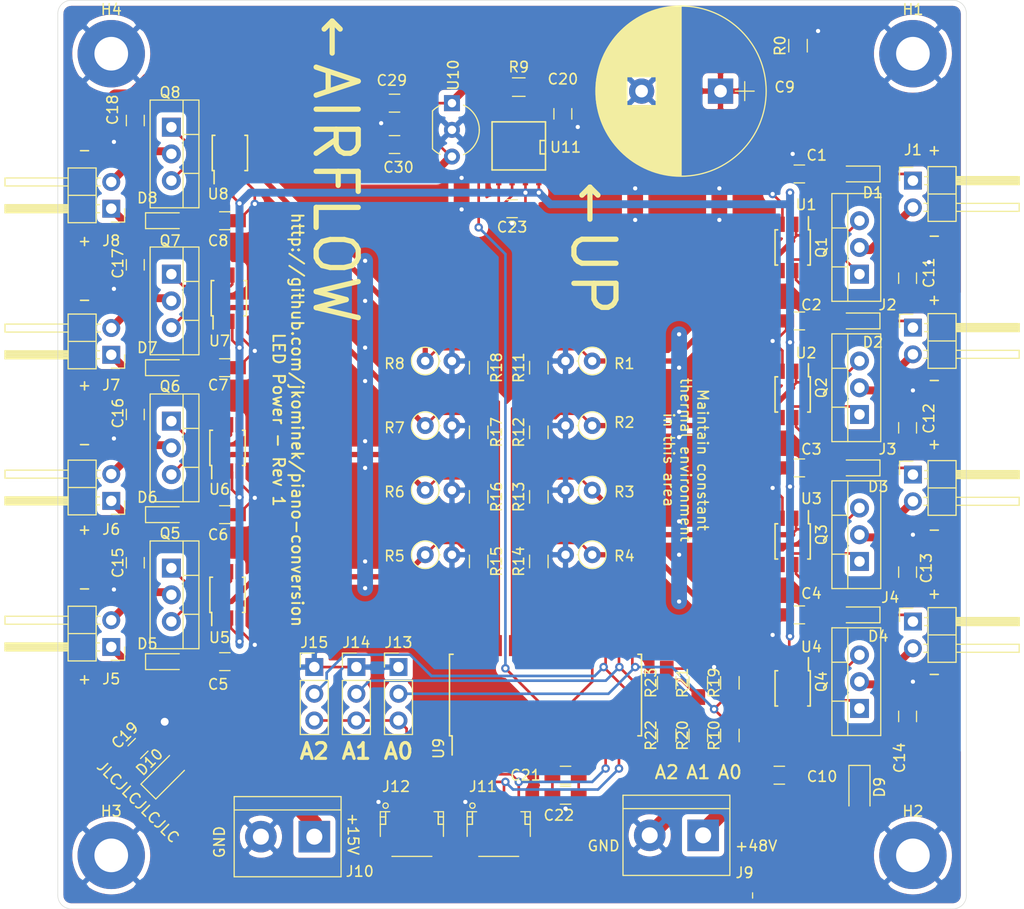
<source format=kicad_pcb>
(kicad_pcb (version 20171130) (host pcbnew "(5.1.7)-1")
  (layers (0 F.Cu signal) (31 B.Cu signal) (34 B.Paste user) (35 F.Paste user) (36 B.SilkS user hide) (37 F.SilkS user) (38 B.Mask user) (39 F.Mask user) (44 Edge.Cuts user))
  (net 0 "")
  (net 1 GND)
  (net 2 +48V)
  (net 3 +5V)
  (net 4 "Net-(J1-Pad2)")
  (net 5 "Net-(J2-Pad2)")
  (net 6 "Net-(J3-Pad2)")
  (net 7 "Net-(J4-Pad2)")
  (net 8 "Net-(J5-Pad2)")
  (net 9 "Net-(J6-Pad2)")
  (net 10 "Net-(J7-Pad2)")
  (net 11 "Net-(J8-Pad2)")
  (net 12 "Net-(Q1-Pad1)")
  (net 13 "Net-(Q2-Pad1)")
  (net 14 "Net-(Q3-Pad1)")
  (net 15 "Net-(Q4-Pad1)")
  (net 16 "Net-(Q5-Pad1)")
  (net 17 "Net-(Q6-Pad1)")
  (net 18 "Net-(Q7-Pad1)")
  (net 19 "Net-(Q8-Pad1)")
  (net 20 /VREF)
  (net 21 "Net-(C1-Pad1)")
  (net 22 "Net-(C2-Pad1)")
  (net 23 "Net-(C3-Pad1)")
  (net 24 "Net-(C4-Pad1)")
  (net 25 "Net-(C5-Pad1)")
  (net 26 "Net-(C6-Pad1)")
  (net 27 "Net-(C7-Pad1)")
  (net 28 "Net-(C8-Pad1)")
  (net 29 +15V)
  (net 30 "Net-(D9-Pad2)")
  (net 31 "Net-(D10-Pad2)")
  (net 32 +3V3)
  (net 33 /SDA)
  (net 34 /SCL)
  (net 35 /Feedback1)
  (net 36 /Feedback2)
  (net 37 /Feedback3)
  (net 38 /Feedback4)
  (net 39 /Feedback5)
  (net 40 /Feedback6)
  (net 41 /Feedback7)
  (net 42 /Feedback8)
  (net 43 "Net-(R11-Pad2)")
  (net 44 "Net-(R12-Pad2)")
  (net 45 "Net-(R13-Pad2)")
  (net 46 "Net-(R14-Pad2)")
  (net 47 "Net-(R15-Pad2)")
  (net 48 "Net-(R16-Pad2)")
  (net 49 "Net-(R17-Pad2)")
  (net 50 "Net-(R18-Pad2)")
  (net 51 /~SHDN)
  (net 52 /A0)
  (net 53 /A1)
  (net 54 /A2)
  (module Capacitors_SMD:C_0805_HandSoldering (layer F.Cu) (at 119.38 146.685)
    (fp_text reference C22 (at -0.635 1.905) (layer F.SilkS))
    (fp_text value 0.1uF)
    (pad 1 smd rect (at -1.25 0) (size 1.5 1.25) (layers F.Cu F.Paste F.Mask) (net 32 +3V3))
    (pad 2 smd rect (at 1.25 0) (size 1.5 1.25) (layers F.Cu F.Paste F.Mask) (net 1 GND))
  )
  (module Capacitors_SMD:C_0805_HandSoldering (layer F.Cu) (at 141.605 87.63 180)
    (fp_text reference C1 (at -1.651 1.778) (layer F.SilkS))
    (fp_text value .1uF)
    (pad 2 smd rect (at 1.25 0 180) (size 1.5 1.25) (layers F.Cu F.Paste F.Mask) (net 1 GND))
    (pad 1 smd rect (at -1.25 0 180) (size 1.5 1.25) (layers F.Cu F.Paste F.Mask) (net 21 "Net-(C1-Pad1)"))
  )
  (module Capacitors_SMD:C_0805_HandSoldering (layer F.Cu) (at 141.605 101.6 180)
    (fp_text reference C2 (at -1.143 1.524) (layer F.SilkS))
    (fp_text value .1uF)
    (pad 2 smd rect (at 1.25 0 180) (size 1.5 1.25) (layers F.Cu F.Paste F.Mask) (net 1 GND))
    (pad 1 smd rect (at -1.25 0 180) (size 1.5 1.25) (layers F.Cu F.Paste F.Mask) (net 22 "Net-(C2-Pad1)"))
  )
  (module Capacitors_SMD:C_0805_HandSoldering (layer F.Cu) (at 141.605 115.57 180)
    (fp_text reference C3 (at -1.143 1.778) (layer F.SilkS))
    (fp_text value .1uF)
    (pad 1 smd rect (at -1.25 0 180) (size 1.5 1.25) (layers F.Cu F.Paste F.Mask) (net 23 "Net-(C3-Pad1)"))
    (pad 2 smd rect (at 1.25 0 180) (size 1.5 1.25) (layers F.Cu F.Paste F.Mask) (net 1 GND))
  )
  (module Capacitors_SMD:C_0805_HandSoldering (layer F.Cu) (at 141.605 129.54 180)
    (fp_text reference C4 (at -1.143 2.032) (layer F.SilkS))
    (fp_text value .1uF)
    (pad 1 smd rect (at -1.25 0 180) (size 1.5 1.25) (layers F.Cu F.Paste F.Mask) (net 24 "Net-(C4-Pad1)"))
    (pad 2 smd rect (at 1.25 0 180) (size 1.5 1.25) (layers F.Cu F.Paste F.Mask) (net 1 GND))
  )
  (module Capacitors_SMD:C_0805_HandSoldering (layer F.Cu) (at 86.995 133.985)
    (fp_text reference C5 (at -0.635 2.159) (layer F.SilkS))
    (fp_text value .1uF)
    (pad 2 smd rect (at 1.25 0) (size 1.5 1.25) (layers F.Cu F.Paste F.Mask) (net 1 GND))
    (pad 1 smd rect (at -1.25 0) (size 1.5 1.25) (layers F.Cu F.Paste F.Mask) (net 25 "Net-(C5-Pad1)"))
  )
  (module Capacitors_SMD:C_0805_HandSoldering (layer F.Cu) (at 86.995 120.015)
    (fp_text reference C6 (at -0.635 1.905) (layer F.SilkS))
    (fp_text value .1uF)
    (pad 1 smd rect (at -1.25 0) (size 1.5 1.25) (layers F.Cu F.Paste F.Mask) (net 26 "Net-(C6-Pad1)"))
    (pad 2 smd rect (at 1.25 0) (size 1.5 1.25) (layers F.Cu F.Paste F.Mask) (net 1 GND))
  )
  (module Capacitors_SMD:C_0805_HandSoldering (layer F.Cu) (at 86.995 106.045)
    (fp_text reference C7 (at -0.635 1.651) (layer F.SilkS))
    (fp_text value .1uF)
    (pad 2 smd rect (at 1.25 0) (size 1.5 1.25) (layers F.Cu F.Paste F.Mask) (net 1 GND))
    (pad 1 smd rect (at -1.25 0) (size 1.5 1.25) (layers F.Cu F.Paste F.Mask) (net 27 "Net-(C7-Pad1)"))
  )
  (module Capacitors_SMD:C_0805_HandSoldering (layer F.Cu) (at 86.995 92.075)
    (fp_text reference C8 (at -0.635 1.905) (layer F.SilkS))
    (fp_text value .1uF)
    (pad 1 smd rect (at -1.25 0) (size 1.5 1.25) (layers F.Cu F.Paste F.Mask) (net 28 "Net-(C8-Pad1)"))
    (pad 2 smd rect (at 1.25 0) (size 1.5 1.25) (layers F.Cu F.Paste F.Mask) (net 1 GND))
  )
  (module Capacitors_THT:CP_Radial_D16.0mm_P7.50mm (layer F.Cu) (at 134.112 79.756 180)
    (fp_text reference C9 (at -6.096 0.381) (layer F.SilkS))
    (fp_text value Lots)
    (pad 2 thru_hole circle (at 7.5 0 180) (size 2.4 2.4) (drill 1.2) (layers *.Cu *.Mask) (net 1 GND))
    (pad 1 thru_hole rect (at 0 0 180) (size 2.4 2.4) (drill 1.2) (layers *.Cu *.Mask) (net 2 +48V))
  )
  (module Capacitors_SMD:C_0805_HandSoldering (layer F.Cu) (at 139.7 144.78 180)
    (fp_text reference C10 (at -4.064 -0.127) (layer F.SilkS))
    (fp_text value .1uF)
    (pad 2 smd rect (at 1.25 0 180) (size 1.5 1.25) (layers F.Cu F.Paste F.Mask) (net 1 GND))
    (pad 1 smd rect (at -1.25 0 180) (size 1.5 1.25) (layers F.Cu F.Paste F.Mask) (net 2 +48V))
  )
  (module Capacitors_SMD:C_0805_HandSoldering (layer F.Cu) (at 119.126 81.915 270)
    (fp_text reference C20 (at -3.302 0 180) (layer F.SilkS))
    (fp_text value .1uF)
    (pad 1 smd rect (at -1.25 0 270) (size 1.5 1.25) (layers F.Cu F.Paste F.Mask) (net 3 +5V))
    (pad 2 smd rect (at 1.25 0 270) (size 1.5 1.25) (layers F.Cu F.Paste F.Mask) (net 1 GND))
  )
  (module Capacitors_SMD:C_0805_HandSoldering (layer F.Cu) (at 103.124 80.899 180)
    (fp_text reference C29 (at 0.254 2.159) (layer F.SilkS))
    (fp_text value 2.2uF)
    (pad 2 smd rect (at 1.25 0 180) (size 1.5 1.25) (layers F.Cu F.Paste F.Mask) (net 1 GND))
    (pad 1 smd rect (at -1.25 0 180) (size 1.5 1.25) (layers F.Cu F.Paste F.Mask) (net 3 +5V))
  )
  (module Pin_Headers:Pin_Header_Angled_1x02_Pitch2.54mm (layer F.Cu) (at 152.4 88.265)
    (fp_text reference J1 (at 0 -2.921) (layer F.SilkS))
    (fp_text value String1)
    (pad 2 thru_hole oval (at 0 2.54) (size 1.7 1.7) (drill 1) (layers *.Cu *.Mask) (net 4 "Net-(J1-Pad2)"))
    (pad 1 thru_hole rect (at 0 0) (size 1.7 1.7) (drill 1) (layers *.Cu *.Mask) (net 21 "Net-(C1-Pad1)"))
  )
  (module Pin_Headers:Pin_Header_Angled_1x02_Pitch2.54mm (layer F.Cu) (at 152.4 102.235)
    (fp_text reference J2 (at -2.413 -2.159) (layer F.SilkS))
    (fp_text value String2)
    (pad 2 thru_hole oval (at 0 2.54) (size 1.7 1.7) (drill 1) (layers *.Cu *.Mask) (net 5 "Net-(J2-Pad2)"))
    (pad 1 thru_hole rect (at 0 0) (size 1.7 1.7) (drill 1) (layers *.Cu *.Mask) (net 22 "Net-(C2-Pad1)"))
  )
  (module Pin_Headers:Pin_Header_Angled_1x02_Pitch2.54mm (layer F.Cu) (at 152.4 116.205)
    (fp_text reference J3 (at -2.413 -2.413) (layer F.SilkS))
    (fp_text value String3)
    (pad 1 thru_hole rect (at 0 0) (size 1.7 1.7) (drill 1) (layers *.Cu *.Mask) (net 23 "Net-(C3-Pad1)"))
    (pad 2 thru_hole oval (at 0 2.54) (size 1.7 1.7) (drill 1) (layers *.Cu *.Mask) (net 6 "Net-(J3-Pad2)"))
  )
  (module Pin_Headers:Pin_Header_Angled_1x02_Pitch2.54mm (layer F.Cu) (at 152.4 130.175)
    (fp_text reference J4 (at -2.159 -2.286) (layer F.SilkS))
    (fp_text value String4)
    (pad 2 thru_hole oval (at 0 2.54) (size 1.7 1.7) (drill 1) (layers *.Cu *.Mask) (net 7 "Net-(J4-Pad2)"))
    (pad 1 thru_hole rect (at 0 0) (size 1.7 1.7) (drill 1) (layers *.Cu *.Mask) (net 24 "Net-(C4-Pad1)"))
  )
  (module Pin_Headers:Pin_Header_Angled_1x02_Pitch2.54mm (layer F.Cu) (at 76.2 132.588 180)
    (fp_text reference J5 (at 0 -3.048) (layer F.SilkS))
    (fp_text value String5)
    (pad 1 thru_hole rect (at 0 0 180) (size 1.7 1.7) (drill 1) (layers *.Cu *.Mask) (net 25 "Net-(C5-Pad1)"))
    (pad 2 thru_hole oval (at 0 2.54 180) (size 1.7 1.7) (drill 1) (layers *.Cu *.Mask) (net 8 "Net-(J5-Pad2)"))
  )
  (module Pin_Headers:Pin_Header_Angled_1x02_Pitch2.54mm (layer F.Cu) (at 76.2 118.702666 180)
    (fp_text reference J6 (at 0 -2.709334) (layer F.SilkS))
    (fp_text value String6)
    (pad 2 thru_hole oval (at 0 2.54 180) (size 1.7 1.7) (drill 1) (layers *.Cu *.Mask) (net 9 "Net-(J6-Pad2)"))
    (pad 1 thru_hole rect (at 0 0 180) (size 1.7 1.7) (drill 1) (layers *.Cu *.Mask) (net 26 "Net-(C6-Pad1)"))
  )
  (module Pin_Headers:Pin_Header_Angled_1x02_Pitch2.54mm (layer F.Cu) (at 76.2 104.817333 180)
    (fp_text reference J7 (at 0 -2.878667) (layer F.SilkS))
    (fp_text value String7)
    (pad 1 thru_hole rect (at 0 0 180) (size 1.7 1.7) (drill 1) (layers *.Cu *.Mask) (net 27 "Net-(C7-Pad1)"))
    (pad 2 thru_hole oval (at 0 2.54 180) (size 1.7 1.7) (drill 1) (layers *.Cu *.Mask) (net 10 "Net-(J7-Pad2)"))
  )
  (module Pin_Headers:Pin_Header_Angled_1x02_Pitch2.54mm (layer F.Cu) (at 76.2 90.932 180)
    (fp_text reference J8 (at 0 -3.048) (layer F.SilkS))
    (fp_text value String8)
    (pad 1 thru_hole rect (at 0 0 180) (size 1.7 1.7) (drill 1) (layers *.Cu *.Mask) (net 28 "Net-(C8-Pad1)"))
    (pad 2 thru_hole oval (at 0 2.54 180) (size 1.7 1.7) (drill 1) (layers *.Cu *.Mask) (net 11 "Net-(J8-Pad2)"))
  )
  (module Connectors_Terminal_Blocks:TerminalBlock_bornier-2_P5.08mm (layer F.Cu) (at 132.461 150.495 180)
    (fp_text reference J9 (at -3.937 -3.556) (layer F.SilkS))
    (fp_text value PowerInput)
    (pad 2 thru_hole circle (at 5.08 0 180) (size 3 3) (drill 1.52) (layers *.Cu *.Mask) (net 1 GND))
    (pad 1 thru_hole rect (at 0 0 180) (size 3 3) (drill 1.52) (layers *.Cu *.Mask) (net 30 "Net-(D9-Pad2)"))
  )
  (module Resistors_THT:R_Axial_DIN0207_L6.3mm_D2.5mm_P2.54mm_Vertical (layer F.Cu) (at 121.92 105.41 180)
    (fp_text reference R1 (at -3.048 -0.254) (layer F.SilkS))
    (fp_text value 100)
    (pad 2 thru_hole oval (at 2.54 0 180) (size 1.6 1.6) (drill 0.8) (layers *.Cu *.Mask) (net 1 GND))
    (pad 1 thru_hole circle (at 0 0 180) (size 1.6 1.6) (drill 0.8) (layers *.Cu *.Mask) (net 35 /Feedback1))
  )
  (module Resistors_THT:R_Axial_DIN0207_L6.3mm_D2.5mm_P2.54mm_Vertical (layer F.Cu) (at 121.92 111.548333 180)
    (fp_text reference R2 (at -3.048 0.296333) (layer F.SilkS))
    (fp_text value 100)
    (pad 2 thru_hole oval (at 2.54 0 180) (size 1.6 1.6) (drill 0.8) (layers *.Cu *.Mask) (net 1 GND))
    (pad 1 thru_hole circle (at 0 0 180) (size 1.6 1.6) (drill 0.8) (layers *.Cu *.Mask) (net 36 /Feedback2))
  )
  (module Resistors_THT:R_Axial_DIN0207_L6.3mm_D2.5mm_P2.54mm_Vertical (layer F.Cu) (at 121.92 117.686666 180)
    (fp_text reference R3 (at -3.048 -0.169334) (layer F.SilkS))
    (fp_text value 100)
    (pad 2 thru_hole oval (at 2.54 0 180) (size 1.6 1.6) (drill 0.8) (layers *.Cu *.Mask) (net 1 GND))
    (pad 1 thru_hole circle (at 0 0 180) (size 1.6 1.6) (drill 0.8) (layers *.Cu *.Mask) (net 37 /Feedback3))
  )
  (module Resistors_THT:R_Axial_DIN0207_L6.3mm_D2.5mm_P2.54mm_Vertical (layer F.Cu) (at 121.92 123.825 180)
    (fp_text reference R4 (at -3.048 -0.127) (layer F.SilkS))
    (fp_text value 100)
    (pad 1 thru_hole circle (at 0 0 180) (size 1.6 1.6) (drill 0.8) (layers *.Cu *.Mask) (net 38 /Feedback4))
    (pad 2 thru_hole oval (at 2.54 0 180) (size 1.6 1.6) (drill 0.8) (layers *.Cu *.Mask) (net 1 GND))
  )
  (module Resistors_THT:R_Axial_DIN0207_L6.3mm_D2.5mm_P2.54mm_Vertical (layer F.Cu) (at 106.045 123.825)
    (fp_text reference R5 (at -2.921 0.127) (layer F.SilkS))
    (fp_text value 100)
    (pad 1 thru_hole circle (at 0 0) (size 1.6 1.6) (drill 0.8) (layers *.Cu *.Mask) (net 39 /Feedback5))
    (pad 2 thru_hole oval (at 2.54 0) (size 1.6 1.6) (drill 0.8) (layers *.Cu *.Mask) (net 1 GND))
  )
  (module Resistors_THT:R_Axial_DIN0207_L6.3mm_D2.5mm_P2.54mm_Vertical (layer F.Cu) (at 106.045 117.686666)
    (fp_text reference R6 (at -2.921 0.169334) (layer F.SilkS))
    (fp_text value 100)
    (pad 1 thru_hole circle (at 0 0) (size 1.6 1.6) (drill 0.8) (layers *.Cu *.Mask) (net 40 /Feedback6))
    (pad 2 thru_hole oval (at 2.54 0) (size 1.6 1.6) (drill 0.8) (layers *.Cu *.Mask) (net 1 GND))
  )
  (module Resistors_THT:R_Axial_DIN0207_L6.3mm_D2.5mm_P2.54mm_Vertical (layer F.Cu) (at 106.045 111.548333)
    (fp_text reference R7 (at -2.921 0.211667) (layer F.SilkS))
    (fp_text value 100)
    (pad 2 thru_hole oval (at 2.54 0) (size 1.6 1.6) (drill 0.8) (layers *.Cu *.Mask) (net 1 GND))
    (pad 1 thru_hole circle (at 0 0) (size 1.6 1.6) (drill 0.8) (layers *.Cu *.Mask) (net 41 /Feedback7))
  )
  (module Resistors_THT:R_Axial_DIN0207_L6.3mm_D2.5mm_P2.54mm_Vertical (layer F.Cu) (at 106.045 105.41)
    (fp_text reference R8 (at -2.921 0.254) (layer F.SilkS))
    (fp_text value 100)
    (pad 1 thru_hole circle (at 0 0) (size 1.6 1.6) (drill 0.8) (layers *.Cu *.Mask) (net 42 /Feedback8))
    (pad 2 thru_hole oval (at 2.54 0) (size 1.6 1.6) (drill 0.8) (layers *.Cu *.Mask) (net 1 GND))
  )
  (module SMD_Packages:SOIC-8-N (layer F.Cu) (at 114.935 84.963 180)
    (fp_text reference U11 (at -4.445 -0.127) (layer F.SilkS))
    (fp_text value MCP1501)
    (pad 1 smd rect (at -1.905 3.175 180) (size 0.508 1.143) (layers F.Cu F.Paste F.Mask) (net 3 +5V))
    (pad 2 smd rect (at -0.635 3.175 180) (size 0.508 1.143) (layers F.Cu F.Paste F.Mask) (net 1 GND))
    (pad 3 smd rect (at 0.635 3.175 180) (size 0.508 1.143) (layers F.Cu F.Paste F.Mask) (net 51 /~SHDN))
    (pad 4 smd rect (at 1.905 3.175 180) (size 0.508 1.143) (layers F.Cu F.Paste F.Mask) (net 1 GND))
    (pad 5 smd rect (at 1.905 -3.175 180) (size 0.508 1.143) (layers F.Cu F.Paste F.Mask) (net 1 GND))
    (pad 6 smd rect (at 0.635 -3.175 180) (size 0.508 1.143) (layers F.Cu F.Paste F.Mask) (net 1 GND))
    (pad 7 smd rect (at -0.635 -3.175 180) (size 0.508 1.143) (layers F.Cu F.Paste F.Mask) (net 20 /VREF))
    (pad 8 smd rect (at -1.905 -3.175 180) (size 0.508 1.143) (layers F.Cu F.Paste F.Mask) (net 20 /VREF))
  )
  (module Mounting_Holes:MountingHole_3.2mm_M3_Pad (layer F.Cu) (at 152.4 76.2)
    (fp_text reference H1 (at 0 -4.2) (layer F.SilkS))
    (fp_text value MountingHole_Pad)
    (pad 1 thru_hole circle (at 0 0) (size 6.4 6.4) (drill 3.2) (layers *.Cu *.Mask) (net 1 GND))
  )
  (module Mounting_Holes:MountingHole_3.2mm_M3_Pad (layer F.Cu) (at 152.4 152.4)
    (fp_text reference H2 (at 0 -4.2) (layer F.SilkS))
    (fp_text value MountingHole_Pad)
    (pad 1 thru_hole circle (at 0 0) (size 6.4 6.4) (drill 3.2) (layers *.Cu *.Mask) (net 1 GND))
  )
  (module Mounting_Holes:MountingHole_3.2mm_M3_Pad (layer F.Cu) (at 76.2 152.4)
    (fp_text reference H3 (at 0 -4.2) (layer F.SilkS))
    (fp_text value MountingHole_Pad)
    (pad 1 thru_hole circle (at 0 0) (size 6.4 6.4) (drill 3.2) (layers *.Cu *.Mask) (net 1 GND))
  )
  (module Mounting_Holes:MountingHole_3.2mm_M3_Pad (layer F.Cu) (at 76.2 76.2)
    (fp_text reference H4 (at 0 -4.2) (layer F.SilkS))
    (fp_text value MountingHole_Pad)
    (pad 1 thru_hole circle (at 0 0) (size 6.4 6.4) (drill 3.2) (layers *.Cu *.Mask) (net 1 GND))
  )
  (module LEDs:LED_0805_HandSoldering (layer F.Cu) (at 147.066 87.63 180)
    (fp_text reference D1 (at -1.524 -1.778) (layer F.SilkS))
    (fp_text value LED)
    (pad 1 smd rect (at -1.35 0 180) (size 1.5 1.3) (layers F.Cu F.Paste F.Mask) (net 21 "Net-(C1-Pad1)"))
    (pad 2 smd rect (at 1.35 0 180) (size 1.5 1.3) (layers F.Cu F.Paste F.Mask) (net 2 +48V))
  )
  (module LEDs:LED_0805_HandSoldering (layer F.Cu) (at 147.066 101.6 180)
    (fp_text reference D2 (at -1.524 -2.032) (layer F.SilkS))
    (fp_text value LED)
    (pad 2 smd rect (at 1.35 0 180) (size 1.5 1.3) (layers F.Cu F.Paste F.Mask) (net 2 +48V))
    (pad 1 smd rect (at -1.35 0 180) (size 1.5 1.3) (layers F.Cu F.Paste F.Mask) (net 22 "Net-(C2-Pad1)"))
  )
  (module LEDs:LED_0805_HandSoldering (layer F.Cu) (at 147.066 115.57 180)
    (fp_text reference D3 (at -2.032 -1.778) (layer F.SilkS))
    (fp_text value LED)
    (pad 1 smd rect (at -1.35 0 180) (size 1.5 1.3) (layers F.Cu F.Paste F.Mask) (net 23 "Net-(C3-Pad1)"))
    (pad 2 smd rect (at 1.35 0 180) (size 1.5 1.3) (layers F.Cu F.Paste F.Mask) (net 2 +48V))
  )
  (module LEDs:LED_0805_HandSoldering (layer F.Cu) (at 147.066 129.54 180)
    (fp_text reference D4 (at -2.032 -2.032) (layer F.SilkS))
    (fp_text value LED)
    (pad 1 smd rect (at -1.35 0 180) (size 1.5 1.3) (layers F.Cu F.Paste F.Mask) (net 24 "Net-(C4-Pad1)"))
    (pad 2 smd rect (at 1.35 0 180) (size 1.5 1.3) (layers F.Cu F.Paste F.Mask) (net 2 +48V))
  )
  (module LEDs:LED_0805_HandSoldering (layer F.Cu) (at 81.661 133.985)
    (fp_text reference D5 (at -2.032 -1.7) (layer F.SilkS))
    (fp_text value LED)
    (pad 2 smd rect (at 1.35 0) (size 1.5 1.3) (layers F.Cu F.Paste F.Mask) (net 2 +48V))
    (pad 1 smd rect (at -1.35 0) (size 1.5 1.3) (layers F.Cu F.Paste F.Mask) (net 25 "Net-(C5-Pad1)"))
  )
  (module LEDs:LED_0805_HandSoldering (layer F.Cu) (at 81.661 120.015)
    (fp_text reference D6 (at -2.032 -1.651) (layer F.SilkS))
    (fp_text value LED)
    (pad 1 smd rect (at -1.35 0) (size 1.5 1.3) (layers F.Cu F.Paste F.Mask) (net 26 "Net-(C6-Pad1)"))
    (pad 2 smd rect (at 1.35 0) (size 1.5 1.3) (layers F.Cu F.Paste F.Mask) (net 2 +48V))
  )
  (module LEDs:LED_0805_HandSoldering (layer F.Cu) (at 81.661 106.045)
    (fp_text reference D7 (at -2.032 -1.905) (layer F.SilkS))
    (fp_text value LED)
    (pad 2 smd rect (at 1.35 0) (size 1.5 1.3) (layers F.Cu F.Paste F.Mask) (net 2 +48V))
    (pad 1 smd rect (at -1.35 0) (size 1.5 1.3) (layers F.Cu F.Paste F.Mask) (net 27 "Net-(C7-Pad1)"))
  )
  (module LEDs:LED_0805_HandSoldering (layer F.Cu) (at 81.661 92.075)
    (fp_text reference D8 (at -2.032 -2.159) (layer F.SilkS))
    (fp_text value LED)
    (pad 2 smd rect (at 1.35 0) (size 1.5 1.3) (layers F.Cu F.Paste F.Mask) (net 2 +48V))
    (pad 1 smd rect (at -1.35 0) (size 1.5 1.3) (layers F.Cu F.Paste F.Mask) (net 28 "Net-(C8-Pad1)"))
  )
  (module Capacitors_SMD:C_0805_HandSoldering (layer F.Cu) (at 151.892 97.536 90)
    (fp_text reference C11 (at 0.508 2.032 90) (layer F.SilkS))
    (fp_text value .1uF)
    (pad 1 smd rect (at -1.25 0 90) (size 1.5 1.25) (layers F.Cu F.Paste F.Mask) (net 29 +15V))
    (pad 2 smd rect (at 1.25 0 90) (size 1.5 1.25) (layers F.Cu F.Paste F.Mask) (net 1 GND))
  )
  (module Capacitors_SMD:C_0805_HandSoldering (layer F.Cu) (at 151.892 111.76 90)
    (fp_text reference C12 (at 0.889 2.032 90) (layer F.SilkS))
    (fp_text value .1uF)
    (pad 1 smd rect (at -1.25 0 90) (size 1.5 1.25) (layers F.Cu F.Paste F.Mask) (net 29 +15V))
    (pad 2 smd rect (at 1.25 0 90) (size 1.5 1.25) (layers F.Cu F.Paste F.Mask) (net 1 GND))
  )
  (module Capacitors_SMD:C_0805_HandSoldering (layer F.Cu) (at 151.892 125.476 90)
    (fp_text reference C13 (at 0.381 1.778 90) (layer F.SilkS))
    (fp_text value .1uF)
    (pad 2 smd rect (at 1.25 0 90) (size 1.5 1.25) (layers F.Cu F.Paste F.Mask) (net 1 GND))
    (pad 1 smd rect (at -1.25 0 90) (size 1.5 1.25) (layers F.Cu F.Paste F.Mask) (net 29 +15V))
  )
  (module Capacitors_SMD:C_0805_HandSoldering (layer F.Cu) (at 151.892 139.192 90)
    (fp_text reference C14 (at -3.937 -0.762 90) (layer F.SilkS))
    (fp_text value .1uF)
    (pad 2 smd rect (at 1.25 0 90) (size 1.5 1.25) (layers F.Cu F.Paste F.Mask) (net 1 GND))
    (pad 1 smd rect (at -1.25 0 90) (size 1.5 1.25) (layers F.Cu F.Paste F.Mask) (net 29 +15V))
  )
  (module Capacitors_SMD:C_0805_HandSoldering (layer F.Cu) (at 78.486 124.587 270)
    (fp_text reference C15 (at 0 1.651 90) (layer F.SilkS))
    (fp_text value .1uF)
    (pad 2 smd rect (at 1.25 0 270) (size 1.5 1.25) (layers F.Cu F.Paste F.Mask) (net 1 GND))
    (pad 1 smd rect (at -1.25 0 270) (size 1.5 1.25) (layers F.Cu F.Paste F.Mask) (net 29 +15V))
  )
  (module Capacitors_SMD:C_0805_HandSoldering (layer F.Cu) (at 78.486 110.49 270)
    (fp_text reference C16 (at -0.127 1.651 90) (layer F.SilkS))
    (fp_text value .1uF)
    (pad 2 smd rect (at 1.25 0 270) (size 1.5 1.25) (layers F.Cu F.Paste F.Mask) (net 1 GND))
    (pad 1 smd rect (at -1.25 0 270) (size 1.5 1.25) (layers F.Cu F.Paste F.Mask) (net 29 +15V))
  )
  (module Capacitors_SMD:C_0805_HandSoldering (layer F.Cu) (at 78.486 96.266 270)
    (fp_text reference C17 (at -0.127 1.651 90) (layer F.SilkS))
    (fp_text value .1uF)
    (pad 1 smd rect (at -1.25 0 270) (size 1.5 1.25) (layers F.Cu F.Paste F.Mask) (net 29 +15V))
    (pad 2 smd rect (at 1.25 0 270) (size 1.5 1.25) (layers F.Cu F.Paste F.Mask) (net 1 GND))
  )
  (module Capacitors_SMD:C_0805_HandSoldering (layer F.Cu) (at 78.486 82.55 270)
    (fp_text reference C18 (at -1.016 2.159 90) (layer F.SilkS))
    (fp_text value .1uF)
    (pad 1 smd rect (at -1.25 0 270) (size 1.5 1.25) (layers F.Cu F.Paste F.Mask) (net 29 +15V))
    (pad 2 smd rect (at 1.25 0 270) (size 1.5 1.25) (layers F.Cu F.Paste F.Mask) (net 1 GND))
  )
  (module Capacitors_SMD:C_0805_HandSoldering (layer F.Cu) (at 78.74 142.24 45)
    (fp_text reference C19 (at 0 -1.75 45) (layer F.SilkS))
    (fp_text value .1uF)
    (pad 2 smd rect (at 1.25 0 45) (size 1.5 1.25) (layers F.Cu F.Paste F.Mask) (net 1 GND))
    (pad 1 smd rect (at -1.25 0 45) (size 1.5 1.25) (layers F.Cu F.Paste F.Mask) (net 29 +15V))
  )
  (module Connectors_Terminal_Blocks:TerminalBlock_bornier-2_P5.08mm (layer F.Cu) (at 95.504 150.622 180)
    (fp_text reference J10 (at -4.318 -3.302) (layer F.SilkS))
    (fp_text value PowerInput)
    (pad 2 thru_hole circle (at 5.08 0 180) (size 3 3) (drill 1.52) (layers *.Cu *.Mask) (net 1 GND))
    (pad 1 thru_hole rect (at 0 0 180) (size 3 3) (drill 1.52) (layers *.Cu *.Mask) (net 31 "Net-(D10-Pad2)"))
  )
  (module Capacitors_SMD:C_0805_HandSoldering (layer F.Cu) (at 103.124 84.836 180)
    (fp_text reference C30 (at -0.381 -2.159) (layer F.SilkS))
    (fp_text value .1uF)
    (pad 2 smd rect (at 1.25 0 180) (size 1.5 1.25) (layers F.Cu F.Paste F.Mask) (net 1 GND))
    (pad 1 smd rect (at -1.25 0 180) (size 1.5 1.25) (layers F.Cu F.Paste F.Mask) (net 29 +15V))
  )
  (module TO_SOT_Packages_THT:TO-220-3_Vertical (layer F.Cu) (at 147.32 97.155 90)
    (fp_text reference Q1 (at 2.54 -3.62 90) (layer F.SilkS))
    (fp_text value Q_NMOS_GDS)
    (pad 3 thru_hole oval (at 5.08 0 90) (size 1.8 1.8) (drill 1) (layers *.Cu *.Mask) (net 35 /Feedback1))
    (pad 2 thru_hole oval (at 2.54 0 90) (size 1.8 1.8) (drill 1) (layers *.Cu *.Mask) (net 4 "Net-(J1-Pad2)"))
    (pad 1 thru_hole rect (at 0 0 90) (size 1.8 1.8) (drill 1) (layers *.Cu *.Mask) (net 12 "Net-(Q1-Pad1)"))
  )
  (module TO_SOT_Packages_THT:TO-220-3_Vertical (layer F.Cu) (at 147.32 110.49 90)
    (fp_text reference Q2 (at 2.54 -3.62 90) (layer F.SilkS))
    (fp_text value Q_NMOS_GDS)
    (pad 3 thru_hole oval (at 5.08 0 90) (size 1.8 1.8) (drill 1) (layers *.Cu *.Mask) (net 36 /Feedback2))
    (pad 2 thru_hole oval (at 2.54 0 90) (size 1.8 1.8) (drill 1) (layers *.Cu *.Mask) (net 5 "Net-(J2-Pad2)"))
    (pad 1 thru_hole rect (at 0 0 90) (size 1.8 1.8) (drill 1) (layers *.Cu *.Mask) (net 13 "Net-(Q2-Pad1)"))
  )
  (module TO_SOT_Packages_THT:TO-220-3_Vertical (layer F.Cu) (at 147.32 124.46 90)
    (fp_text reference Q3 (at 2.54 -3.62 90) (layer F.SilkS))
    (fp_text value Q_NMOS_GDS)
    (pad 1 thru_hole rect (at 0 0 90) (size 1.8 1.8) (drill 1) (layers *.Cu *.Mask) (net 14 "Net-(Q3-Pad1)"))
    (pad 2 thru_hole oval (at 2.54 0 90) (size 1.8 1.8) (drill 1) (layers *.Cu *.Mask) (net 6 "Net-(J3-Pad2)"))
    (pad 3 thru_hole oval (at 5.08 0 90) (size 1.8 1.8) (drill 1) (layers *.Cu *.Mask) (net 37 /Feedback3))
  )
  (module TO_SOT_Packages_THT:TO-220-3_Vertical (layer F.Cu) (at 147.32 138.43 90)
    (fp_text reference Q4 (at 2.54 -3.62 90) (layer F.SilkS))
    (fp_text value Q_NMOS_GDS)
    (pad 1 thru_hole rect (at 0 0 90) (size 1.8 1.8) (drill 1) (layers *.Cu *.Mask) (net 15 "Net-(Q4-Pad1)"))
    (pad 2 thru_hole oval (at 2.54 0 90) (size 1.8 1.8) (drill 1) (layers *.Cu *.Mask) (net 7 "Net-(J4-Pad2)"))
    (pad 3 thru_hole oval (at 5.08 0 90) (size 1.8 1.8) (drill 1) (layers *.Cu *.Mask) (net 38 /Feedback4))
  )
  (module TO_SOT_Packages_THT:TO-220-3_Vertical (layer F.Cu) (at 81.915 125.095 270)
    (fp_text reference Q5 (at -3.302 0.127 180) (layer F.SilkS))
    (fp_text value Q_NMOS_GDS)
    (pad 3 thru_hole oval (at 5.08 0 270) (size 1.8 1.8) (drill 1) (layers *.Cu *.Mask) (net 39 /Feedback5))
    (pad 2 thru_hole oval (at 2.54 0 270) (size 1.8 1.8) (drill 1) (layers *.Cu *.Mask) (net 8 "Net-(J5-Pad2)"))
    (pad 1 thru_hole rect (at 0 0 270) (size 1.8 1.8) (drill 1) (layers *.Cu *.Mask) (net 16 "Net-(Q5-Pad1)"))
  )
  (module TO_SOT_Packages_THT:TO-220-3_Vertical (layer F.Cu) (at 81.915 111.125 270)
    (fp_text reference Q6 (at -3.302 0.127 180) (layer F.SilkS))
    (fp_text value Q_NMOS_GDS)
    (pad 3 thru_hole oval (at 5.08 0 270) (size 1.8 1.8) (drill 1) (layers *.Cu *.Mask) (net 40 /Feedback6))
    (pad 2 thru_hole oval (at 2.54 0 270) (size 1.8 1.8) (drill 1) (layers *.Cu *.Mask) (net 9 "Net-(J6-Pad2)"))
    (pad 1 thru_hole rect (at 0 0 270) (size 1.8 1.8) (drill 1) (layers *.Cu *.Mask) (net 17 "Net-(Q6-Pad1)"))
  )
  (module TO_SOT_Packages_THT:TO-220-3_Vertical (layer F.Cu) (at 81.915 97.155 270)
    (fp_text reference Q7 (at -3.175 0.127 180) (layer F.SilkS))
    (fp_text value Q_NMOS_GDS)
    (pad 1 thru_hole rect (at 0 0 270) (size 1.8 1.8) (drill 1) (layers *.Cu *.Mask) (net 18 "Net-(Q7-Pad1)"))
    (pad 2 thru_hole oval (at 2.54 0 270) (size 1.8 1.8) (drill 1) (layers *.Cu *.Mask) (net 10 "Net-(J7-Pad2)"))
    (pad 3 thru_hole oval (at 5.08 0 270) (size 1.8 1.8) (drill 1) (layers *.Cu *.Mask) (net 41 /Feedback7))
  )
  (module TO_SOT_Packages_THT:TO-220-3_Vertical (layer F.Cu) (at 81.915 83.185 270)
    (fp_text reference Q8 (at -3.302 0.127 180) (layer F.SilkS))
    (fp_text value Q_NMOS_GDS)
    (pad 1 thru_hole rect (at 0 0 270) (size 1.8 1.8) (drill 1) (layers *.Cu *.Mask) (net 19 "Net-(Q8-Pad1)"))
    (pad 2 thru_hole oval (at 2.54 0 270) (size 1.8 1.8) (drill 1) (layers *.Cu *.Mask) (net 11 "Net-(J8-Pad2)"))
    (pad 3 thru_hole oval (at 5.08 0 270) (size 1.8 1.8) (drill 1) (layers *.Cu *.Mask) (net 42 /Feedback8))
  )
  (module Housings_SSOP:MSOP-8_3x3mm_Pitch0.65mm (layer F.Cu) (at 140.97 94.615 270)
    (fp_text reference U1 (at -4.064 -1.27 180) (layer F.SilkS))
    (fp_text value MCP6V51)
    (pad 8 smd rect (at 2.2 -0.975 270) (size 1.45 0.45) (layers F.Cu F.Paste F.Mask))
    (pad 7 smd rect (at 2.2 -0.325 270) (size 1.45 0.45) (layers F.Cu F.Paste F.Mask) (net 29 +15V))
    (pad 6 smd rect (at 2.2 0.325 270) (size 1.45 0.45) (layers F.Cu F.Paste F.Mask) (net 12 "Net-(Q1-Pad1)"))
    (pad 5 smd rect (at 2.2 0.975 270) (size 1.45 0.45) (layers F.Cu F.Paste F.Mask))
    (pad 4 smd rect (at -2.2 0.975 270) (size 1.45 0.45) (layers F.Cu F.Paste F.Mask) (net 1 GND))
    (pad 3 smd rect (at -2.2 0.325 270) (size 1.45 0.45) (layers F.Cu F.Paste F.Mask) (net 20 /VREF))
    (pad 2 smd rect (at -2.2 -0.325 270) (size 1.45 0.45) (layers F.Cu F.Paste F.Mask) (net 35 /Feedback1))
    (pad 1 smd rect (at -2.2 -0.975 270) (size 1.45 0.45) (layers F.Cu F.Paste F.Mask))
  )
  (module Housings_SSOP:MSOP-8_3x3mm_Pitch0.65mm (layer F.Cu) (at 140.97 108.585 270)
    (fp_text reference U2 (at -3.937 -1.27 180) (layer F.SilkS))
    (fp_text value MCP6V51)
    (pad 1 smd rect (at -2.2 -0.975 270) (size 1.45 0.45) (layers F.Cu F.Paste F.Mask))
    (pad 2 smd rect (at -2.2 -0.325 270) (size 1.45 0.45) (layers F.Cu F.Paste F.Mask) (net 36 /Feedback2))
    (pad 3 smd rect (at -2.2 0.325 270) (size 1.45 0.45) (layers F.Cu F.Paste F.Mask) (net 20 /VREF))
    (pad 4 smd rect (at -2.2 0.975 270) (size 1.45 0.45) (layers F.Cu F.Paste F.Mask) (net 1 GND))
    (pad 5 smd rect (at 2.2 0.975 270) (size 1.45 0.45) (layers F.Cu F.Paste F.Mask))
    (pad 6 smd rect (at 2.2 0.325 270) (size 1.45 0.45) (layers F.Cu F.Paste F.Mask) (net 13 "Net-(Q2-Pad1)"))
    (pad 7 smd rect (at 2.2 -0.325 270) (size 1.45 0.45) (layers F.Cu F.Paste F.Mask) (net 29 +15V))
    (pad 8 smd rect (at 2.2 -0.975 270) (size 1.45 0.45) (layers F.Cu F.Paste F.Mask))
  )
  (module Housings_SSOP:MSOP-8_3x3mm_Pitch0.65mm (layer F.Cu) (at 140.97 122.555 270)
    (fp_text reference U3 (at -4.064 -1.778 180) (layer F.SilkS))
    (fp_text value MCP6V51)
    (pad 8 smd rect (at 2.2 -0.975 270) (size 1.45 0.45) (layers F.Cu F.Paste F.Mask))
    (pad 7 smd rect (at 2.2 -0.325 270) (size 1.45 0.45) (layers F.Cu F.Paste F.Mask) (net 29 +15V))
    (pad 6 smd rect (at 2.2 0.325 270) (size 1.45 0.45) (layers F.Cu F.Paste F.Mask) (net 14 "Net-(Q3-Pad1)"))
    (pad 5 smd rect (at 2.2 0.975 270) (size 1.45 0.45) (layers F.Cu F.Paste F.Mask))
    (pad 4 smd rect (at -2.2 0.975 270) (size 1.45 0.45) (layers F.Cu F.Paste F.Mask) (net 1 GND))
    (pad 3 smd rect (at -2.2 0.325 270) (size 1.45 0.45) (layers F.Cu F.Paste F.Mask) (net 20 /VREF))
    (pad 2 smd rect (at -2.2 -0.325 270) (size 1.45 0.45) (layers F.Cu F.Paste F.Mask) (net 37 /Feedback3))
    (pad 1 smd rect (at -2.2 -0.975 270) (size 1.45 0.45) (layers F.Cu F.Paste F.Mask))
  )
  (module Housings_SSOP:MSOP-8_3x3mm_Pitch0.65mm (layer F.Cu) (at 140.97 136.525 270)
    (fp_text reference U4 (at -3.937 -1.778 180) (layer F.SilkS))
    (fp_text value MCP6V51)
    (pad 1 smd rect (at -2.2 -0.975 270) (size 1.45 0.45) (layers F.Cu F.Paste F.Mask))
    (pad 2 smd rect (at -2.2 -0.325 270) (size 1.45 0.45) (layers F.Cu F.Paste F.Mask) (net 38 /Feedback4))
    (pad 3 smd rect (at -2.2 0.325 270) (size 1.45 0.45) (layers F.Cu F.Paste F.Mask) (net 20 /VREF))
    (pad 4 smd rect (at -2.2 0.975 270) (size 1.45 0.45) (layers F.Cu F.Paste F.Mask) (net 1 GND))
    (pad 5 smd rect (at 2.2 0.975 270) (size 1.45 0.45) (layers F.Cu F.Paste F.Mask))
    (pad 6 smd rect (at 2.2 0.325 270) (size 1.45 0.45) (layers F.Cu F.Paste F.Mask) (net 15 "Net-(Q4-Pad1)"))
    (pad 7 smd rect (at 2.2 -0.325 270) (size 1.45 0.45) (layers F.Cu F.Paste F.Mask) (net 29 +15V))
    (pad 8 smd rect (at 2.2 -0.975 270) (size 1.45 0.45) (layers F.Cu F.Paste F.Mask))
  )
  (module Housings_SSOP:MSOP-8_3x3mm_Pitch0.65mm (layer F.Cu) (at 87.249 127.635 90)
    (fp_text reference U5 (at -4.064 -0.762 180) (layer F.SilkS))
    (fp_text value MCP6V51)
    (pad 1 smd rect (at -2.2 -0.975 90) (size 1.45 0.45) (layers F.Cu F.Paste F.Mask))
    (pad 2 smd rect (at -2.2 -0.325 90) (size 1.45 0.45) (layers F.Cu F.Paste F.Mask) (net 39 /Feedback5))
    (pad 3 smd rect (at -2.2 0.325 90) (size 1.45 0.45) (layers F.Cu F.Paste F.Mask) (net 20 /VREF))
    (pad 4 smd rect (at -2.2 0.975 90) (size 1.45 0.45) (layers F.Cu F.Paste F.Mask) (net 1 GND))
    (pad 5 smd rect (at 2.2 0.975 90) (size 1.45 0.45) (layers F.Cu F.Paste F.Mask))
    (pad 6 smd rect (at 2.2 0.325 90) (size 1.45 0.45) (layers F.Cu F.Paste F.Mask) (net 16 "Net-(Q5-Pad1)"))
    (pad 7 smd rect (at 2.2 -0.325 90) (size 1.45 0.45) (layers F.Cu F.Paste F.Mask) (net 29 +15V))
    (pad 8 smd rect (at 2.2 -0.975 90) (size 1.45 0.45) (layers F.Cu F.Paste F.Mask))
  )
  (module Housings_SSOP:MSOP-8_3x3mm_Pitch0.65mm (layer F.Cu) (at 87.249 113.665 90)
    (fp_text reference U6 (at -3.937 -0.762 180) (layer F.SilkS))
    (fp_text value MCP6V51)
    (pad 1 smd rect (at -2.2 -0.975 90) (size 1.45 0.45) (layers F.Cu F.Paste F.Mask))
    (pad 2 smd rect (at -2.2 -0.325 90) (size 1.45 0.45) (layers F.Cu F.Paste F.Mask) (net 40 /Feedback6))
    (pad 3 smd rect (at -2.2 0.325 90) (size 1.45 0.45) (layers F.Cu F.Paste F.Mask) (net 20 /VREF))
    (pad 4 smd rect (at -2.2 0.975 90) (size 1.45 0.45) (layers F.Cu F.Paste F.Mask) (net 1 GND))
    (pad 5 smd rect (at 2.2 0.975 90) (size 1.45 0.45) (layers F.Cu F.Paste F.Mask))
    (pad 6 smd rect (at 2.2 0.325 90) (size 1.45 0.45) (layers F.Cu F.Paste F.Mask) (net 17 "Net-(Q6-Pad1)"))
    (pad 7 smd rect (at 2.2 -0.325 90) (size 1.45 0.45) (layers F.Cu F.Paste F.Mask) (net 29 +15V))
    (pad 8 smd rect (at 2.2 -0.975 90) (size 1.45 0.45) (layers F.Cu F.Paste F.Mask))
  )
  (module Housings_SSOP:MSOP-8_3x3mm_Pitch0.65mm (layer F.Cu) (at 87.376 99.441 90)
    (fp_text reference U7 (at -4.064 -0.889 180) (layer F.SilkS))
    (fp_text value MCP6V51)
    (pad 8 smd rect (at 2.2 -0.975 90) (size 1.45 0.45) (layers F.Cu F.Paste F.Mask))
    (pad 7 smd rect (at 2.2 -0.325 90) (size 1.45 0.45) (layers F.Cu F.Paste F.Mask) (net 29 +15V))
    (pad 6 smd rect (at 2.2 0.325 90) (size 1.45 0.45) (layers F.Cu F.Paste F.Mask) (net 18 "Net-(Q7-Pad1)"))
    (pad 5 smd rect (at 2.2 0.975 90) (size 1.45 0.45) (layers F.Cu F.Paste F.Mask))
    (pad 4 smd rect (at -2.2 0.975 90) (size 1.45 0.45) (layers F.Cu F.Paste F.Mask) (net 1 GND))
    (pad 3 smd rect (at -2.2 0.325 90) (size 1.45 0.45) (layers F.Cu F.Paste F.Mask) (net 20 /VREF))
    (pad 2 smd rect (at -2.2 -0.325 90) (size 1.45 0.45) (layers F.Cu F.Paste F.Mask) (net 41 /Feedback7))
    (pad 1 smd rect (at -2.2 -0.975 90) (size 1.45 0.45) (layers F.Cu F.Paste F.Mask))
  )
  (module Housings_SSOP:MSOP-8_3x3mm_Pitch0.65mm (layer F.Cu) (at 87.47506 85.63356 90)
    (fp_text reference U8 (at -3.90144 -1.11506 180) (layer F.SilkS))
    (fp_text value MCP6V51)
    (pad 8 smd rect (at 2.2 -0.975 90) (size 1.45 0.45) (layers F.Cu F.Paste F.Mask))
    (pad 7 smd rect (at 2.2 -0.325 90) (size 1.45 0.45) (layers F.Cu F.Paste F.Mask) (net 29 +15V))
    (pad 6 smd rect (at 2.2 0.325 90) (size 1.45 0.45) (layers F.Cu F.Paste F.Mask) (net 19 "Net-(Q8-Pad1)"))
    (pad 5 smd rect (at 2.2 0.975 90) (size 1.45 0.45) (layers F.Cu F.Paste F.Mask))
    (pad 4 smd rect (at -2.2 0.975 90) (size 1.45 0.45) (layers F.Cu F.Paste F.Mask) (net 1 GND))
    (pad 3 smd rect (at -2.2 0.325 90) (size 1.45 0.45) (layers F.Cu F.Paste F.Mask) (net 20 /VREF))
    (pad 2 smd rect (at -2.2 -0.325 90) (size 1.45 0.45) (layers F.Cu F.Paste F.Mask) (net 42 /Feedback8))
    (pad 1 smd rect (at -2.2 -0.975 90) (size 1.45 0.45) (layers F.Cu F.Paste F.Mask))
  )
  (module Resistors_SMD:R_0805_HandSoldering (layer F.Cu) (at 141.478 75.438 90)
    (fp_text reference R0 (at 0 -1.7 90) (layer F.SilkS))
    (fp_text value Dissipate)
    (pad 2 smd rect (at 1.35 0 90) (size 1.5 1.3) (layers F.Cu F.Paste F.Mask) (net 1 GND))
    (pad 1 smd rect (at -1.35 0 90) (size 1.5 1.3) (layers F.Cu F.Paste F.Mask) (net 2 +48V))
  )
  (module Diodes_SMD:D_SOD-123F (layer F.Cu) (at 147.32 146.05 270)
    (fp_text reference D9 (at -0.127 -1.905 90) (layer F.SilkS))
    (fp_text value D_Small_ALT)
    (pad 2 smd rect (at 1.4 0 270) (size 1.1 1.1) (layers F.Cu F.Paste F.Mask) (net 30 "Net-(D9-Pad2)"))
    (pad 1 smd rect (at -1.4 0 270) (size 1.1 1.1) (layers F.Cu F.Paste F.Mask) (net 2 +48V))
  )
  (module Diodes_SMD:D_SOD-123F (layer F.Cu) (at 81.28 144.78 45)
    (fp_text reference D10 (at -0.127 -1.905 45) (layer F.SilkS))
    (fp_text value D_Small_ALT)
    (pad 1 smd rect (at -1.4 0 45) (size 1.1 1.1) (layers F.Cu F.Paste F.Mask) (net 29 +15V))
    (pad 2 smd rect (at 1.4 0 45) (size 1.1 1.1) (layers F.Cu F.Paste F.Mask) (net 31 "Net-(D10-Pad2)"))
  )
  (module Connectors_JST:JST_SH_SM04B-SRSS-TB_04x1.00mm_Angled (layer F.Cu) (at 113.03 149.86)
    (fp_text reference J11 (at -1.5 -4) (layer F.SilkS))
    (fp_text value Qwiic)
    (pad "" smd rect (at 2.8 1.9375) (size 1.2 1.8) (layers F.Cu F.Paste F.Mask))
    (pad "" smd rect (at -2.8 1.9375) (size 1.2 1.8) (layers F.Cu F.Paste F.Mask))
    (pad 4 smd rect (at 1.5 -1.9375) (size 0.6 1.55) (layers F.Cu F.Paste F.Mask) (net 34 /SCL))
    (pad 3 smd rect (at 0.5 -1.9375) (size 0.6 1.55) (layers F.Cu F.Paste F.Mask) (net 33 /SDA))
    (pad 2 smd rect (at -0.5 -1.9375) (size 0.6 1.55) (layers F.Cu F.Paste F.Mask) (net 32 +3V3))
    (pad 1 smd rect (at -1.5 -1.9375) (size 0.6 1.55) (layers F.Cu F.Paste F.Mask) (net 1 GND))
  )
  (module Housings_SOIC:SOIC-28W_7.5x17.9mm_Pitch1.27mm (layer F.Cu) (at 117.475 137.16 90)
    (fp_text reference U9 (at -5.08 -10.16 90) (layer F.SilkS))
    (fp_text value MCP23017_SO)
    (pad 28 smd rect (at 4.7 -8.255 90) (size 2 0.6) (layers F.Cu F.Paste F.Mask) (net 47 "Net-(R15-Pad2)"))
    (pad 27 smd rect (at 4.7 -6.985 90) (size 2 0.6) (layers F.Cu F.Paste F.Mask) (net 48 "Net-(R16-Pad2)"))
    (pad 26 smd rect (at 4.7 -5.715 90) (size 2 0.6) (layers F.Cu F.Paste F.Mask) (net 49 "Net-(R17-Pad2)"))
    (pad 25 smd rect (at 4.7 -4.445 90) (size 2 0.6) (layers F.Cu F.Paste F.Mask) (net 50 "Net-(R18-Pad2)"))
    (pad 24 smd rect (at 4.7 -3.175 90) (size 2 0.6) (layers F.Cu F.Paste F.Mask) (net 43 "Net-(R11-Pad2)"))
    (pad 23 smd rect (at 4.7 -1.905 90) (size 2 0.6) (layers F.Cu F.Paste F.Mask) (net 44 "Net-(R12-Pad2)"))
    (pad 22 smd rect (at 4.7 -0.635 90) (size 2 0.6) (layers F.Cu F.Paste F.Mask) (net 45 "Net-(R13-Pad2)"))
    (pad 21 smd rect (at 4.7 0.635 90) (size 2 0.6) (layers F.Cu F.Paste F.Mask) (net 46 "Net-(R14-Pad2)"))
    (pad 20 smd rect (at 4.7 1.905 90) (size 2 0.6) (layers F.Cu F.Paste F.Mask))
    (pad 19 smd rect (at 4.7 3.175 90) (size 2 0.6) (layers F.Cu F.Paste F.Mask))
    (pad 18 smd rect (at 4.7 4.445 90) (size 2 0.6) (layers F.Cu F.Paste F.Mask) (net 32 +3V3))
    (pad 17 smd rect (at 4.7 5.715 90) (size 2 0.6) (layers F.Cu F.Paste F.Mask) (net 54 /A2))
    (pad 16 smd rect (at 4.7 6.985 90) (size 2 0.6) (layers F.Cu F.Paste F.Mask) (net 53 /A1))
    (pad 15 smd rect (at 4.7 8.255 90) (size 2 0.6) (layers F.Cu F.Paste F.Mask) (net 52 /A0))
    (pad 14 smd rect (at -4.7 8.255 90) (size 2 0.6) (layers F.Cu F.Paste F.Mask))
    (pad 13 smd rect (at -4.7 6.985 90) (size 2 0.6) (layers F.Cu F.Paste F.Mask) (net 33 /SDA))
    (pad 12 smd rect (at -4.7 5.715 90) (size 2 0.6) (layers F.Cu F.Paste F.Mask) (net 34 /SCL))
    (pad 11 smd rect (at -4.7 4.445 90) (size 2 0.6) (layers F.Cu F.Paste F.Mask))
    (pad 10 smd rect (at -4.7 3.175 90) (size 2 0.6) (layers F.Cu F.Paste F.Mask) (net 1 GND))
    (pad 9 smd rect (at -4.7 1.905 90) (size 2 0.6) (layers F.Cu F.Paste F.Mask) (net 32 +3V3))
    (pad 8 smd rect (at -4.7 0.635 90) (size 2 0.6) (layers F.Cu F.Paste F.Mask) (net 51 /~SHDN))
    (pad 7 smd rect (at -4.7 -0.635 90) (size 2 0.6) (layers F.Cu F.Paste F.Mask))
    (pad 6 smd rect (at -4.7 -1.905 90) (size 2 0.6) (layers F.Cu F.Paste F.Mask))
    (pad 5 smd rect (at -4.7 -3.175 90) (size 2 0.6) (layers F.Cu F.Paste F.Mask))
    (pad 4 smd rect (at -4.7 -4.445 90) (size 2 0.6) (layers F.Cu F.Paste F.Mask))
    (pad 3 smd rect (at -4.7 -5.715 90) (size 2 0.6) (layers F.Cu F.Paste F.Mask))
    (pad 2 smd rect (at -4.7 -6.985 90) (size 2 0.6) (layers F.Cu F.Paste F.Mask))
    (pad 1 smd rect (at -4.7 -8.255 90) (size 2 0.6) (layers F.Cu F.Paste F.Mask))
  )
  (module Resistors_SMD:R_0805_HandSoldering (layer F.Cu) (at 116.84 124.46 270)
    (fp_text reference R14 (at 0 1.905 90) (layer F.SilkS))
    (fp_text value 43k)
    (pad 2 smd rect (at 1.35 0 270) (size 1.5 1.3) (layers F.Cu F.Paste F.Mask) (net 46 "Net-(R14-Pad2)"))
    (pad 1 smd rect (at -1.35 0 270) (size 1.5 1.3) (layers F.Cu F.Paste F.Mask) (net 38 /Feedback4))
  )
  (module Resistors_SMD:R_0805_HandSoldering (layer F.Cu) (at 116.84 118.321666 270)
    (fp_text reference R13 (at 0 1.905 90) (layer F.SilkS))
    (fp_text value 43k)
    (pad 1 smd rect (at -1.35 0 270) (size 1.5 1.3) (layers F.Cu F.Paste F.Mask) (net 37 /Feedback3))
    (pad 2 smd rect (at 1.35 0 270) (size 1.5 1.3) (layers F.Cu F.Paste F.Mask) (net 45 "Net-(R13-Pad2)"))
  )
  (module Resistors_SMD:R_0805_HandSoldering (layer F.Cu) (at 116.84 112.183333 270)
    (fp_text reference R12 (at 0 1.905 90) (layer F.SilkS))
    (fp_text value 43k)
    (pad 1 smd rect (at -1.35 0 270) (size 1.5 1.3) (layers F.Cu F.Paste F.Mask) (net 36 /Feedback2))
    (pad 2 smd rect (at 1.35 0 270) (size 1.5 1.3) (layers F.Cu F.Paste F.Mask) (net 44 "Net-(R12-Pad2)"))
  )
  (module Resistors_SMD:R_0805_HandSoldering (layer F.Cu) (at 116.84 106.045 270)
    (fp_text reference R11 (at 0 1.905 90) (layer F.SilkS))
    (fp_text value 43k)
    (pad 2 smd rect (at 1.35 0 270) (size 1.5 1.3) (layers F.Cu F.Paste F.Mask) (net 43 "Net-(R11-Pad2)"))
    (pad 1 smd rect (at -1.35 0 270) (size 1.5 1.3) (layers F.Cu F.Paste F.Mask) (net 35 /Feedback1))
  )
  (module Resistors_SMD:R_0805_HandSoldering (layer F.Cu) (at 111.125 106.045 270)
    (fp_text reference R18 (at 0 -1.7 90) (layer F.SilkS))
    (fp_text value 43k)
    (pad 2 smd rect (at 1.35 0 270) (size 1.5 1.3) (layers F.Cu F.Paste F.Mask) (net 50 "Net-(R18-Pad2)"))
    (pad 1 smd rect (at -1.35 0 270) (size 1.5 1.3) (layers F.Cu F.Paste F.Mask) (net 42 /Feedback8))
  )
  (module Resistors_SMD:R_0805_HandSoldering (layer F.Cu) (at 111.125 112.183333 270)
    (fp_text reference R17 (at 0 -1.7 90) (layer F.SilkS))
    (fp_text value 43k)
    (pad 1 smd rect (at -1.35 0 270) (size 1.5 1.3) (layers F.Cu F.Paste F.Mask) (net 41 /Feedback7))
    (pad 2 smd rect (at 1.35 0 270) (size 1.5 1.3) (layers F.Cu F.Paste F.Mask) (net 49 "Net-(R17-Pad2)"))
  )
  (module Resistors_SMD:R_0805_HandSoldering (layer F.Cu) (at 111.125 118.321666 270)
    (fp_text reference R16 (at 0 -1.7 90) (layer F.SilkS))
    (fp_text value 43k)
    (pad 2 smd rect (at 1.35 0 270) (size 1.5 1.3) (layers F.Cu F.Paste F.Mask) (net 48 "Net-(R16-Pad2)"))
    (pad 1 smd rect (at -1.35 0 270) (size 1.5 1.3) (layers F.Cu F.Paste F.Mask) (net 40 /Feedback6))
  )
  (module Resistors_SMD:R_0805_HandSoldering (layer F.Cu) (at 111.125 124.46 270)
    (fp_text reference R15 (at 0 -1.7 90) (layer F.SilkS))
    (fp_text value 43k)
    (pad 1 smd rect (at -1.35 0 270) (size 1.5 1.3) (layers F.Cu F.Paste F.Mask) (net 39 /Feedback5))
    (pad 2 smd rect (at 1.35 0 270) (size 1.5 1.3) (layers F.Cu F.Paste F.Mask) (net 47 "Net-(R15-Pad2)"))
  )
  (module Capacitors_SMD:C_0805_HandSoldering (layer F.Cu) (at 119.38 144.78)
    (fp_text reference C21 (at -3.81 0) (layer F.SilkS))
    (fp_text value 4.7uF)
    (pad 2 smd rect (at 1.25 0) (size 1.5 1.25) (layers F.Cu F.Paste F.Mask) (net 1 GND))
    (pad 1 smd rect (at -1.25 0) (size 1.5 1.25) (layers F.Cu F.Paste F.Mask) (net 32 +3V3))
  )
  (module Resistors_SMD:R_0805_HandSoldering (layer F.Cu) (at 114.935 79.375 180)
    (fp_text reference R9 (at 0 1.905) (layer F.SilkS))
    (fp_text value 3600)
    (pad 2 smd rect (at 1.35 0 180) (size 1.5 1.3) (layers F.Cu F.Paste F.Mask) (net 51 /~SHDN))
    (pad 1 smd rect (at -1.35 0 180) (size 1.5 1.3) (layers F.Cu F.Paste F.Mask) (net 3 +5V))
  )
  (module Capacitors_SMD:C_0805_HandSoldering (layer F.Cu) (at 114.3 90.932 180)
    (fp_text reference C23 (at 0 -1.75) (layer F.SilkS))
    (fp_text value 300pF)
    (pad 2 smd rect (at 1.25 0 180) (size 1.5 1.25) (layers F.Cu F.Paste F.Mask) (net 1 GND))
    (pad 1 smd rect (at -1.25 0 180) (size 1.5 1.25) (layers F.Cu F.Paste F.Mask) (net 20 /VREF))
  )
  (module TO_SOT_Packages_THT:TO-92_Inline_Wide (layer F.Cu) (at 108.585 80.899 270)
    (fp_text reference U10 (at -2.667 -0.127 270) (layer F.SilkS))
    (fp_text value L78L05ACZ-AP)
    (pad 1 thru_hole rect (at 0 0) (size 1.52 1.52) (drill 0.8) (layers *.Cu *.Mask) (net 3 +5V))
    (pad 3 thru_hole circle (at 5.08 0) (size 1.52 1.52) (drill 0.8) (layers *.Cu *.Mask) (net 29 +15V))
    (pad 2 thru_hole circle (at 2.54 0) (size 1.52 1.52) (drill 0.8) (layers *.Cu *.Mask) (net 1 GND))
  )
  (module Connectors_JST:JST_SH_SM04B-SRSS-TB_04x1.00mm_Angled (layer F.Cu) (at 104.775 149.86)
    (fp_text reference J12 (at -1.5 -4) (layer F.SilkS))
    (fp_text value Qwiic)
    (pad "" smd rect (at 2.8 1.9375) (size 1.2 1.8) (layers F.Cu F.Paste F.Mask))
    (pad "" smd rect (at -2.8 1.9375) (size 1.2 1.8) (layers F.Cu F.Paste F.Mask))
    (pad 4 smd rect (at 1.5 -1.9375) (size 0.6 1.55) (layers F.Cu F.Paste F.Mask) (net 34 /SCL))
    (pad 3 smd rect (at 0.5 -1.9375) (size 0.6 1.55) (layers F.Cu F.Paste F.Mask) (net 33 /SDA))
    (pad 2 smd rect (at -0.5 -1.9375) (size 0.6 1.55) (layers F.Cu F.Paste F.Mask) (net 32 +3V3))
    (pad 1 smd rect (at -1.5 -1.9375) (size 0.6 1.55) (layers F.Cu F.Paste F.Mask) (net 1 GND))
  )
  (module Pin_Headers:Pin_Header_Straight_1x03_Pitch2.54mm (layer F.Cu) (at 103.5 134.5)
    (fp_text reference J13 (at 0 -2.33) (layer F.SilkS))
    (fp_text value A0)
    (pad 1 thru_hole rect (at 0 0) (size 1.7 1.7) (drill 1) (layers *.Cu *.Mask) (net 1 GND))
    (pad 2 thru_hole oval (at 0 2.54) (size 1.7 1.7) (drill 1) (layers *.Cu *.Mask) (net 52 /A0))
    (pad 3 thru_hole oval (at 0 5.08) (size 1.7 1.7) (drill 1) (layers *.Cu *.Mask) (net 32 +3V3))
  )
  (module Pin_Headers:Pin_Header_Straight_1x03_Pitch2.54mm (layer F.Cu) (at 99.5 134.5)
    (fp_text reference J14 (at 0 -2.33) (layer F.SilkS))
    (fp_text value A1)
    (pad 3 thru_hole oval (at 0 5.08) (size 1.7 1.7) (drill 1) (layers *.Cu *.Mask) (net 32 +3V3))
    (pad 2 thru_hole oval (at 0 2.54) (size 1.7 1.7) (drill 1) (layers *.Cu *.Mask) (net 53 /A1))
    (pad 1 thru_hole rect (at 0 0) (size 1.7 1.7) (drill 1) (layers *.Cu *.Mask) (net 1 GND))
  )
  (module Pin_Headers:Pin_Header_Straight_1x03_Pitch2.54mm (layer F.Cu) (at 95.5 134.5)
    (fp_text reference J15 (at 0 -2.33) (layer F.SilkS))
    (fp_text value A2)
    (pad 3 thru_hole oval (at 0 5.08) (size 1.7 1.7) (drill 1) (layers *.Cu *.Mask) (net 32 +3V3))
    (pad 2 thru_hole oval (at 0 2.54) (size 1.7 1.7) (drill 1) (layers *.Cu *.Mask) (net 54 /A2))
    (pad 1 thru_hole rect (at 0 0) (size 1.7 1.7) (drill 1) (layers *.Cu *.Mask) (net 1 GND))
  )
  (module Resistors_SMD:R_0805_HandSoldering (layer F.Cu) (at 135 141 90)
    (fp_text reference R10 (at 0 -1.5 90) (layer F.SilkS))
    (fp_text value DNP)
    (pad 1 smd rect (at -1.35 0 90) (size 1.5 1.3) (layers F.Cu F.Paste F.Mask) (net 32 +3V3))
    (pad 2 smd rect (at 1.35 0 90) (size 1.5 1.3) (layers F.Cu F.Paste F.Mask) (net 52 /A0))
  )
  (module Resistors_SMD:R_0805_HandSoldering (layer F.Cu) (at 135 136 270)
    (fp_text reference R19 (at 0 1.5 90) (layer F.SilkS))
    (fp_text value DNP)
    (pad 2 smd rect (at 1.35 0 270) (size 1.5 1.3) (layers F.Cu F.Paste F.Mask) (net 52 /A0))
    (pad 1 smd rect (at -1.35 0 270) (size 1.5 1.3) (layers F.Cu F.Paste F.Mask) (net 1 GND))
  )
  (module Resistors_SMD:R_0805_HandSoldering (layer F.Cu) (at 132 141 90)
    (fp_text reference R20 (at 0 -1.5 90) (layer F.SilkS))
    (fp_text value DNP)
    (pad 1 smd rect (at -1.35 0 90) (size 1.5 1.3) (layers F.Cu F.Paste F.Mask) (net 32 +3V3))
    (pad 2 smd rect (at 1.35 0 90) (size 1.5 1.3) (layers F.Cu F.Paste F.Mask) (net 53 /A1))
  )
  (module Resistors_SMD:R_0805_HandSoldering (layer F.Cu) (at 132 136 270)
    (fp_text reference R21 (at 0 1.5 90) (layer F.SilkS))
    (fp_text value DNP)
    (pad 2 smd rect (at 1.35 0 270) (size 1.5 1.3) (layers F.Cu F.Paste F.Mask) (net 53 /A1))
    (pad 1 smd rect (at -1.35 0 270) (size 1.5 1.3) (layers F.Cu F.Paste F.Mask) (net 1 GND))
  )
  (module Resistors_SMD:R_0805_HandSoldering (layer F.Cu) (at 129 141 90)
    (fp_text reference R22 (at 0 -1.5 90) (layer F.SilkS))
    (fp_text value DNP)
    (pad 1 smd rect (at -1.35 0 90) (size 1.5 1.3) (layers F.Cu F.Paste F.Mask) (net 32 +3V3))
    (pad 2 smd rect (at 1.35 0 90) (size 1.5 1.3) (layers F.Cu F.Paste F.Mask) (net 54 /A2))
  )
  (module Resistors_SMD:R_0805_HandSoldering (layer F.Cu) (at 129 136 270)
    (fp_text reference R23 (at 0 1.5 90) (layer F.SilkS))
    (fp_text value DNP)
    (pad 2 smd rect (at 1.35 0 270) (size 1.5 1.3) (layers F.Cu F.Paste F.Mask) (net 54 /A2))
    (pad 1 smd rect (at -1.35 0 270) (size 1.5 1.3) (layers F.Cu F.Paste F.Mask) (net 1 GND))
  )
  (gr_text A2 (at 129 144.5) (layer F.SilkS) (effects (font (size 1.25 1.25) (thickness 0.2))))
  (gr_text A0 (at 135 144.5) (layer F.SilkS) (effects (font (size 1.25 1.25) (thickness 0.2))))
  (gr_text A1 (at 132 144.5) (layer F.SilkS) (effects (font (size 1.25 1.25) (thickness 0.2))))
  (gr_text A0 (at 103.5 142.5) (layer F.SilkS) (effects (font (size 1.5 1.5) (thickness 0.3))))
  (gr_text A1 (at 99.5 142.5) (layer F.SilkS) (effects (font (size 1.5 1.5) (thickness 0.3))))
  (gr_text A2 (at 95.5 142.5) (layer F.SilkS) (effects (font (size 1.5 1.5) (thickness 0.3))))
  (gr_arc (start 156.21 72.39) (end 157.48 72.39) (angle -90) (layer Edge.Cuts) (width 0.05))
  (gr_arc (start 156.21 156.21) (end 156.21 157.48) (angle -90) (layer Edge.Cuts) (width 0.05))
  (gr_arc (start 72.39 156.21) (end 71.12 156.21) (angle -90) (layer Edge.Cuts) (width 0.05))
  (gr_arc (start 72.39 72.39) (end 72.39 71.12) (angle -90) (layer Edge.Cuts) (width 0.05))
  (gr_text JLCJLCJLCJLC (at 78.74 147.32 315) (layer F.SilkS) (effects (font (size 1 1))))
  (gr_text "http://github.com/jkominek/piano-conversion\nLED Power - Rev 1" (at 93 111 270) (layer F.SilkS) (effects (font (size 1.1 1.1) (thickness 0.18))))
  (gr_text GND (at 86.487 151.13 90) (layer F.SilkS) (effects (font (size 1 1))))
  (gr_text +15V (at 99.187 150.368 270) (layer F.SilkS) (effects (font (size 1 1))))
  (gr_text GND (at 123 151.5) (layer F.SilkS) (effects (font (size 1 1))))
  (gr_text +48V (at 137.5 151.5) (layer F.SilkS) (effects (font (size 1 1))))
  (gr_text - (at 73.66 85.344) (layer F.SilkS) (effects (font (size 1 1))))
  (gr_text - (at 73.66 99.568) (layer F.SilkS) (effects (font (size 1 1))))
  (gr_text - (at 73.66 113.284) (layer F.SilkS) (effects (font (size 1 1))))
  (gr_text - (at 73.66 127) (layer F.SilkS) (effects (font (size 1 1))))
  (gr_text - (at 154.432 135.128) (layer F.SilkS) (effects (font (size 1 1))))
  (gr_text - (at 154.432 121.412) (layer F.SilkS) (effects (font (size 1 1))))
  (gr_text - (at 154.432 107.188) (layer F.SilkS) (effects (font (size 1 1))))
  (gr_text - (at 154.432 93.472) (layer F.SilkS) (effects (font (size 1 1))))
  (gr_text + (at 154.432 85.344) (layer F.SilkS) (effects (font (size 1 1))))
  (gr_text + (at 154.432 99.568) (layer F.SilkS) (effects (font (size 1 1))))
  (gr_text + (at 154.432 113.284) (layer F.SilkS) (effects (font (size 1 1))))
  (gr_text + (at 154.432 127.508) (layer F.SilkS) (effects (font (size 1 1))))
  (gr_text + (at 73.66 135.636) (layer F.SilkS) (effects (font (size 1 1))))
  (gr_text + (at 73.66 121.412) (layer F.SilkS) (effects (font (size 1 1))))
  (gr_text + (at 73.66 107.696) (layer F.SilkS) (effects (font (size 1 1))))
  (gr_text + (at 73.66 93.98) (layer F.SilkS) (effects (font (size 1 1))))
  (gr_text "Maintain constant\nthermal environment\nin this area" (at 130.81 114.808 270) (layer F.SilkS) (effects (font (size 1 1))))
  (gr_line (start 137.16 155.956) (end 137.16 156.464) (layer F.SilkS) (width 0.12))
  (gr_text ←AIRFLOW (at 97.5 87 270) (layer F.SilkS) (effects (font (size 4 4) (thickness 0.5))))
  (gr_text ←UP (at 122 94.5 270) (layer F.SilkS) (effects (font (size 4 4) (thickness 0.5))))
  (gr_line (start 71.12 156.21) (end 71.12 72.39) (layer Edge.Cuts) (width 0.05))
  (gr_line (start 156.21 157.48) (end 72.39 157.48) (layer Edge.Cuts) (width 0.05))
  (gr_line (start 157.48 72.39) (end 157.48 156.21) (layer Edge.Cuts) (width 0.05))
  (gr_line (start 72.39 71.12) (end 156.21 71.12) (layer Edge.Cuts) (width 0.05))
  (via (at 140.97 85.725) (size 0.8) (drill 0.4) (layers F.Cu B.Cu) (net 1))
  (segment (start 140.355 86.34) (end 140.97 85.725) (width 0.25) (layer F.Cu) (net 1))
  (segment (start 140.355 87.63) (end 140.355 86.34) (width 0.25) (layer F.Cu) (net 1))
  (segment (start 139.065 88.92) (end 140.355 87.63) (width 0.25) (layer F.Cu) (net 1))
  (segment (start 139.065 89.535) (end 139.065 88.92) (width 0.25) (layer F.Cu) (net 1))
  (via (at 139.065 89.535) (size 0.8) (drill 0.4) (layers F.Cu B.Cu) (net 1))
  (segment (start 139.065 116.86) (end 140.355 115.57) (width 0.25) (layer F.Cu) (net 1))
  (segment (start 139.065 130.83) (end 140.355 129.54) (width 0.25) (layer F.Cu) (net 1))
  (via (at 89.8425 118.4175) (size 0.8) (drill 0.4) (layers F.Cu B.Cu) (net 1))
  (segment (start 139.065 117.475) (end 139.065 116.86) (width 0.25) (layer F.Cu) (net 1))
  (via (at 139.065 117.475) (size 0.8) (drill 0.4) (layers F.Cu B.Cu) (net 1))
  (via (at 139.065 103.505) (size 0.8) (drill 0.4) (layers F.Cu B.Cu) (net 1))
  (segment (start 139.065 131.445) (end 139.065 130.83) (width 0.25) (layer F.Cu) (net 1))
  (via (at 139.065 131.445) (size 0.8) (drill 0.4) (layers F.Cu B.Cu) (net 1))
  (segment (start 89.8425 90.4775) (end 88.245 92.075) (width 0.25) (layer F.Cu) (net 1))
  (via (at 89.8425 90.4775) (size 0.8) (drill 0.4) (layers F.Cu B.Cu) (net 1))
  (segment (start 88.245 133.985) (end 89.8425 132.3875) (width 0.25) (layer F.Cu) (net 1))
  (via (at 89.8425 132.3875) (size 0.8) (drill 0.4) (layers F.Cu B.Cu) (net 1))
  (segment (start 120.543 83.165) (end 119.126 83.165) (width 1) (layer F.Cu) (net 1))
  (via (at 120.543 83.165) (size 0.8) (drill 0.4) (layers F.Cu B.Cu) (net 1))
  (via (at 114.3 92.329) (size 0.8) (drill 0.4) (layers F.Cu B.Cu) (net 1))
  (segment (start 115.55 81.808) (end 115.57 81.788) (width 0.25) (layer F.Cu) (net 1))
  (segment (start 115.55 83.165) (end 115.55 81.808) (width 0.25) (layer F.Cu) (net 1))
  (segment (start 119.126 83.165) (end 115.55 83.165) (width 0.75) (layer F.Cu) (net 1))
  (segment (start 113.03 83.145) (end 113.05 83.165) (width 0.25) (layer F.Cu) (net 1))
  (segment (start 113.03 81.788) (end 113.03 83.145) (width 0.25) (layer F.Cu) (net 1))
  (segment (start 113.05 83.165) (end 112.4745 83.165) (width 0.75) (layer F.Cu) (net 1))
  (segment (start 115.55 83.165) (end 113.05 83.165) (width 0.75) (layer F.Cu) (net 1))
  (segment (start 140.355 102.469) (end 139.319 103.505) (width 0.25) (layer F.Cu) (net 1))
  (segment (start 140.355 101.6) (end 140.355 102.469) (width 0.25) (layer F.Cu) (net 1))
  (via (at 153.924 96.012) (size 0.8) (drill 0.4) (layers F.Cu B.Cu) (net 1))
  (segment (start 153.65 96.286) (end 153.924 96.012) (width 0.25) (layer F.Cu) (net 1))
  (segment (start 151.892 96.286) (end 153.65 96.286) (width 0.25) (layer F.Cu) (net 1))
  (via (at 152.4 108.204) (size 0.8) (drill 0.4) (layers F.Cu B.Cu) (net 1))
  (segment (start 151.892 108.712) (end 152.4 108.204) (width 0.25) (layer F.Cu) (net 1))
  (segment (start 151.892 110.51) (end 151.892 108.712) (width 0.25) (layer F.Cu) (net 1))
  (via (at 152.4 121.92) (size 0.8) (drill 0.4) (layers F.Cu B.Cu) (net 1))
  (segment (start 151.892 122.428) (end 152.4 121.92) (width 0.25) (layer F.Cu) (net 1))
  (segment (start 151.892 124.226) (end 151.892 122.428) (width 0.25) (layer F.Cu) (net 1))
  (via (at 152.4 135.89) (size 0.8) (drill 0.4) (layers F.Cu B.Cu) (net 1))
  (segment (start 151.892 136.398) (end 152.4 135.89) (width 0.25) (layer F.Cu) (net 1))
  (segment (start 151.892 137.942) (end 151.892 136.398) (width 0.25) (layer F.Cu) (net 1))
  (via (at 76.454 84.582) (size 0.8) (drill 0.4) (layers F.Cu B.Cu) (net 1))
  (segment (start 77.236 83.8) (end 76.454 84.582) (width 0.25) (layer F.Cu) (net 1))
  (segment (start 78.486 83.8) (end 77.236 83.8) (width 0.25) (layer F.Cu) (net 1))
  (via (at 76.454 98.552) (size 0.8) (drill 0.4) (layers F.Cu B.Cu) (net 1))
  (segment (start 77.49 97.516) (end 76.454 98.552) (width 0.25) (layer F.Cu) (net 1))
  (segment (start 78.486 97.516) (end 77.49 97.516) (width 0.25) (layer F.Cu) (net 1))
  (via (at 76.454 112.776) (size 0.8) (drill 0.4) (layers F.Cu B.Cu) (net 1))
  (segment (start 77.49 111.74) (end 76.454 112.776) (width 0.25) (layer F.Cu) (net 1))
  (segment (start 78.486 111.74) (end 77.49 111.74) (width 0.25) (layer F.Cu) (net 1))
  (via (at 76.454 127.127) (size 0.8) (drill 0.4) (layers F.Cu B.Cu) (net 1))
  (segment (start 77.744 125.837) (end 76.454 127.127) (width 0.25) (layer F.Cu) (net 1))
  (segment (start 78.486 125.837) (end 77.744 125.837) (width 0.25) (layer F.Cu) (net 1))
  (segment (start 88.224 130.769) (end 89.8425 132.3875) (width 0.25) (layer F.Cu) (net 1))
  (segment (start 88.224 129.835) (end 88.224 130.769) (width 0.25) (layer F.Cu) (net 1))
  (segment (start 88.224 116.799) (end 89.8425 118.4175) (width 0.25) (layer F.Cu) (net 1))
  (segment (start 88.224 115.865) (end 88.224 116.799) (width 0.25) (layer F.Cu) (net 1))
  (segment (start 88.245 120.015) (end 89.8425 118.4175) (width 0.25) (layer F.Cu) (net 1))
  (via (at 89.8425 104.4475) (size 0.8) (drill 0.4) (layers F.Cu B.Cu) (net 1))
  (segment (start 89.8425 104.4475) (end 88.245 106.045) (width 0.25) (layer F.Cu) (net 1))
  (segment (start 88.351 102.956) (end 89.8425 104.4475) (width 0.25) (layer F.Cu) (net 1))
  (segment (start 88.351 101.641) (end 88.351 102.956) (width 0.25) (layer F.Cu) (net 1))
  (segment (start 139.065 133.395) (end 139.995 134.325) (width 0.25) (layer F.Cu) (net 1))
  (segment (start 139.065 131.445) (end 139.065 133.395) (width 0.25) (layer F.Cu) (net 1))
  (segment (start 139.995 118.405) (end 139.065 117.475) (width 0.25) (layer F.Cu) (net 1))
  (segment (start 139.995 120.355) (end 139.995 118.405) (width 0.25) (layer F.Cu) (net 1))
  (segment (start 139.995 104.435) (end 139.065 103.505) (width 0.25) (layer F.Cu) (net 1))
  (segment (start 139.995 106.385) (end 139.995 104.435) (width 0.25) (layer F.Cu) (net 1))
  (segment (start 139.995 90.465) (end 139.065 89.535) (width 0.25) (layer F.Cu) (net 1))
  (segment (start 139.995 92.415) (end 139.995 90.465) (width 0.25) (layer F.Cu) (net 1))
  (via (at 143.383 74.041) (size 0.8) (drill 0.4) (layers F.Cu B.Cu) (net 1))
  (segment (start 141.525 74.041) (end 141.478 74.088) (width 0.25) (layer F.Cu) (net 1))
  (segment (start 143.383 74.041) (end 141.525 74.041) (width 0.25) (layer F.Cu) (net 1))
  (segment (start 108.458 83.439) (end 108.458 83.312) (width 0.5) (layer F.Cu) (net 1))
  (segment (start 101.874 84.836) (end 101.874 84.709) (width 0.5) (layer F.Cu) (net 1))
  (via (at 81.28 139.7) (size 1.5) (drill 0.75) (layers F.Cu B.Cu) (net 1))
  (segment (start 79.623883 141.356117) (end 81.28 139.7) (width 0.5) (layer F.Cu) (net 1))
  (via (at 109.855 147.32) (size 0.8) (drill 0.4) (layers F.Cu B.Cu) (net 1))
  (segment (start 89.8425 89.226) (end 88.45006 87.83356) (width 0.25) (layer F.Cu) (net 1))
  (segment (start 89.8425 90.4775) (end 89.8425 89.226) (width 0.25) (layer F.Cu) (net 1))
  (segment (start 120.65 144.76) (end 120.63 144.78) (width 0.25) (layer F.Cu) (net 1))
  (segment (start 120.65 141.86) (end 120.65 144.76) (width 0.25) (layer F.Cu) (net 1))
  (segment (start 120.63 144.78) (end 120.63 146.685) (width 0.25) (layer F.Cu) (net 1))
  (via (at 119.38 147.955) (size 0.8) (drill 0.4) (layers F.Cu B.Cu) (net 1))
  (segment (start 119.38 147.935) (end 120.63 146.685) (width 0.25) (layer F.Cu) (net 1))
  (segment (start 119.38 147.955) (end 119.38 147.935) (width 0.25) (layer F.Cu) (net 1))
  (segment (start 127.381 150.495) (end 133.096 144.78) (width 1.5) (layer F.Cu) (net 1))
  (segment (start 133.096 144.78) (end 135.89 144.78) (width 1.5) (layer F.Cu) (net 1))
  (segment (start 135.89 144.78) (end 138.45 144.78) (width 0.5) (layer F.Cu) (net 1))
  (segment (start 110.4575 147.9225) (end 109.855 147.32) (width 0.25) (layer F.Cu) (net 1))
  (segment (start 111.53 147.9225) (end 110.4575 147.9225) (width 0.25) (layer F.Cu) (net 1))
  (via (at 101.854 82.804) (size 0.8) (drill 0.4) (layers F.Cu B.Cu) (net 1))
  (segment (start 101.874 82.784) (end 101.854 82.804) (width 0.25) (layer F.Cu) (net 1))
  (segment (start 101.874 80.899) (end 101.874 82.784) (width 0.25) (layer F.Cu) (net 1))
  (segment (start 101.874 82.824) (end 101.854 82.804) (width 0.25) (layer F.Cu) (net 1))
  (segment (start 101.874 84.836) (end 101.874 82.824) (width 0.25) (layer F.Cu) (net 1))
  (segment (start 114.3 89.682) (end 113.05 90.932) (width 0.25) (layer F.Cu) (net 1))
  (segment (start 114.3 88.138) (end 114.3 89.682) (width 0.25) (layer F.Cu) (net 1))
  (segment (start 113.03 90.912) (end 113.05 90.932) (width 0.25) (layer F.Cu) (net 1))
  (segment (start 113.03 88.138) (end 113.03 90.912) (width 0.25) (layer F.Cu) (net 1))
  (segment (start 114.3 92.182) (end 113.05 90.932) (width 0.25) (layer F.Cu) (net 1))
  (segment (start 114.3 92.329) (end 114.3 92.182) (width 0.25) (layer F.Cu) (net 1))
  (via (at 101.6 147.32) (size 0.8) (drill 0.4) (layers F.Cu B.Cu) (net 1))
  (segment (start 102.2025 147.9225) (end 101.6 147.32) (width 0.25) (layer F.Cu) (net 1))
  (segment (start 103.275 147.9225) (end 102.2025 147.9225) (width 0.25) (layer F.Cu) (net 1))
  (segment (start 95.5 134.5) (end 99.5 134.5) (width 0.25) (layer F.Cu) (net 1))
  (via (at 133.5 134.5) (size 0.8) (drill 0.4) (layers F.Cu B.Cu) (net 1))
  (segment (start 133.65 134.65) (end 133.5 134.5) (width 0.25) (layer F.Cu) (net 1))
  (segment (start 135 134.65) (end 133.65 134.65) (width 0.25) (layer F.Cu) (net 1))
  (segment (start 133.35 134.65) (end 133.5 134.5) (width 0.25) (layer F.Cu) (net 1))
  (segment (start 132 134.65) (end 133.35 134.65) (width 0.25) (layer F.Cu) (net 1))
  (segment (start 129 134.65) (end 132 134.65) (width 0.25) (layer F.Cu) (net 1))
  (via (at 126 89) (size 0.8) (drill 0.4) (layers F.Cu B.Cu) (net 1))
  (via (at 126 92) (size 0.8) (drill 0.4) (layers F.Cu B.Cu) (net 1))
  (segment (start 126 92) (end 126 89) (width 1.5) (layer F.Cu) (net 1))
  (segment (start 134 92) (end 134 89) (width 1.5) (layer F.Cu) (net 1))
  (via (at 134 92) (size 0.8) (drill 0.4) (layers F.Cu B.Cu) (net 1))
  (via (at 134 89) (size 0.8) (drill 0.4) (layers F.Cu B.Cu) (net 1))
  (segment (start 109.5 91) (end 109.5 88) (width 1.5) (layer F.Cu) (net 1))
  (via (at 109.5 91) (size 0.8) (drill 0.4) (layers F.Cu B.Cu) (net 1))
  (via (at 109.5 88) (size 0.8) (drill 0.4) (layers F.Cu B.Cu) (net 1))
  (segment (start 138.51 79.756) (end 141.478 76.788) (width 0.25) (layer F.Cu) (net 2))
  (segment (start 134.112 79.756) (end 138.51 79.756) (width 0.25) (layer F.Cu) (net 2))
  (via (at 130.175 112.649) (size 0.8) (drill 0.4) (layers F.Cu B.Cu) (net 2))
  (via (at 100.33 127) (size 0.8) (drill 0.4) (layers F.Cu B.Cu) (net 2))
  (via (at 100.33 124.46) (size 0.8) (drill 0.4) (layers F.Cu B.Cu) (net 2))
  (via (at 100.33 115.57) (size 0.8) (drill 0.4) (layers F.Cu B.Cu) (net 2))
  (via (at 100.33 113.03) (size 0.8) (drill 0.4) (layers F.Cu B.Cu) (net 2))
  (via (at 100.33 107.315) (size 0.8) (drill 0.4) (layers F.Cu B.Cu) (net 2))
  (via (at 100.33 104.14) (size 0.8) (drill 0.4) (layers F.Cu B.Cu) (net 2))
  (via (at 100.33 99.695) (size 0.8) (drill 0.4) (layers F.Cu B.Cu) (net 2))
  (via (at 100.33 95.885) (size 0.8) (drill 0.4) (layers F.Cu B.Cu) (net 2))
  (via (at 130.175 128.27) (size 0.8) (drill 0.4) (layers F.Cu B.Cu) (net 2))
  (via (at 130.175 123.825) (size 0.8) (drill 0.4) (layers F.Cu B.Cu) (net 2))
  (via (at 130.175 120.65) (size 0.8) (drill 0.4) (layers F.Cu B.Cu) (net 2))
  (via (at 130.175 110.236) (size 0.8) (drill 0.4) (layers F.Cu B.Cu) (net 2))
  (via (at 130.175 106.045) (size 0.8) (drill 0.4) (layers F.Cu B.Cu) (net 2))
  (via (at 130.175 102.87) (size 0.8) (drill 0.4) (layers F.Cu B.Cu) (net 2))
  (segment (start 100.33 127) (end 100.33 124.46) (width 1.5) (layer B.Cu) (net 2))
  (segment (start 100.33 124.46) (end 100.33 115.57) (width 1.5) (layer B.Cu) (net 2))
  (segment (start 100.33 115.57) (end 100.33 113.03) (width 1.5) (layer B.Cu) (net 2))
  (segment (start 100.33 113.03) (end 100.33 107.315) (width 1.5) (layer B.Cu) (net 2))
  (segment (start 100.33 107.315) (end 100.33 104.14) (width 1.5) (layer B.Cu) (net 2))
  (segment (start 100.33 104.14) (end 100.33 99.695) (width 1.5) (layer B.Cu) (net 2))
  (segment (start 100.33 99.695) (end 100.33 95.885) (width 1.5) (layer B.Cu) (net 2))
  (segment (start 130.175 128.27) (end 130.175 123.825) (width 1.5) (layer B.Cu) (net 2))
  (segment (start 130.175 123.825) (end 130.175 120.65) (width 1.5) (layer B.Cu) (net 2))
  (segment (start 130.175 120.65) (end 130.175 112.395) (width 1.5) (layer B.Cu) (net 2))
  (segment (start 130.175 112.395) (end 130.175 110.49) (width 1.5) (layer B.Cu) (net 2))
  (segment (start 130.175 110.49) (end 130.175 106.045) (width 1.5) (layer B.Cu) (net 2))
  (segment (start 130.175 106.045) (end 130.175 102.87) (width 1.5) (layer B.Cu) (net 2))
  (segment (start 119.126 80.665) (end 119.102499 80.641499) (width 0.75) (layer F.Cu) (net 3))
  (segment (start 104.374 80.899) (end 108.458 80.899) (width 0.25) (layer F.Cu) (net 3))
  (segment (start 119.126 80.665) (end 119.126 78.486) (width 0.75) (layer F.Cu) (net 3))
  (segment (start 119.126 78.486) (end 118.11 77.47) (width 0.75) (layer F.Cu) (net 3))
  (segment (start 111.887 77.47) (end 108.458 80.899) (width 0.75) (layer F.Cu) (net 3))
  (segment (start 118.003 81.788) (end 119.126 80.665) (width 0.25) (layer F.Cu) (net 3))
  (segment (start 116.84 81.788) (end 118.003 81.788) (width 0.25) (layer F.Cu) (net 3))
  (segment (start 116.205 79.295) (end 116.285 79.375) (width 0.25) (layer F.Cu) (net 3))
  (segment (start 116.205 77.47) (end 116.205 79.295) (width 0.25) (layer F.Cu) (net 3))
  (segment (start 118.11 77.47) (end 116.205 77.47) (width 0.75) (layer F.Cu) (net 3))
  (segment (start 116.205 77.47) (end 111.887 77.47) (width 0.75) (layer F.Cu) (net 3))
  (segment (start 148.336 94.869) (end 152.4 90.805) (width 0.75) (layer F.Cu) (net 4))
  (segment (start 147.32 94.869) (end 148.336 94.869) (width 0.75) (layer F.Cu) (net 4))
  (segment (start 148.971 108.204) (end 152.4 104.775) (width 0.75) (layer F.Cu) (net 5))
  (segment (start 147.32 108.204) (end 148.971 108.204) (width 0.75) (layer F.Cu) (net 5))
  (segment (start 148.971 122.174) (end 152.4 118.745) (width 0.75) (layer F.Cu) (net 6))
  (segment (start 147.32 122.174) (end 148.971 122.174) (width 0.75) (layer F.Cu) (net 6))
  (segment (start 148.971 136.144) (end 152.4 132.715) (width 0.75) (layer F.Cu) (net 7))
  (segment (start 147.32 136.144) (end 148.971 136.144) (width 0.75) (layer F.Cu) (net 7))
  (segment (start 78.867 127.381) (end 76.2 130.048) (width 0.75) (layer F.Cu) (net 8))
  (segment (start 81.915 127.381) (end 78.867 127.381) (width 0.75) (layer F.Cu) (net 8))
  (segment (start 78.951666 113.411) (end 76.2 116.162666) (width 0.75) (layer F.Cu) (net 9))
  (segment (start 81.915 113.411) (end 78.951666 113.411) (width 0.75) (layer F.Cu) (net 9))
  (segment (start 79.036333 99.441) (end 76.2 102.277333) (width 0.75) (layer F.Cu) (net 10))
  (segment (start 81.915 99.441) (end 79.036333 99.441) (width 0.75) (layer F.Cu) (net 10))
  (segment (start 79.121 85.471) (end 76.2 88.392) (width 0.75) (layer F.Cu) (net 11))
  (segment (start 81.915 85.471) (end 79.121 85.471) (width 0.75) (layer F.Cu) (net 11))
  (segment (start 140.645 95.929998) (end 140.645 96.815) (width 0.25) (layer F.Cu) (net 12))
  (segment (start 140.809999 95.764999) (end 140.645 95.929998) (width 0.25) (layer F.Cu) (net 12))
  (segment (start 145.929999 95.764999) (end 140.809999 95.764999) (width 0.25) (layer F.Cu) (net 12))
  (segment (start 147.32 97.155) (end 145.929999 95.764999) (width 0.25) (layer F.Cu) (net 12))
  (segment (start 146.564999 109.734999) (end 147.32 110.49) (width 0.25) (layer F.Cu) (net 13))
  (segment (start 140.720001 109.734999) (end 146.564999 109.734999) (width 0.25) (layer F.Cu) (net 13))
  (segment (start 140.645 109.81) (end 140.720001 109.734999) (width 0.25) (layer F.Cu) (net 13))
  (segment (start 140.645 110.785) (end 140.645 109.81) (width 0.25) (layer F.Cu) (net 13))
  (segment (start 146.564999 123.704999) (end 147.32 124.46) (width 0.25) (layer F.Cu) (net 14))
  (segment (start 140.809999 123.704999) (end 146.564999 123.704999) (width 0.25) (layer F.Cu) (net 14))
  (segment (start 140.645 123.869998) (end 140.809999 123.704999) (width 0.25) (layer F.Cu) (net 14))
  (segment (start 140.645 124.755) (end 140.645 123.869998) (width 0.25) (layer F.Cu) (net 14))
  (segment (start 146.564999 137.674999) (end 147.32 138.43) (width 0.25) (layer F.Cu) (net 15))
  (segment (start 140.720001 137.674999) (end 146.564999 137.674999) (width 0.25) (layer F.Cu) (net 15))
  (segment (start 140.645 137.75) (end 140.720001 137.674999) (width 0.25) (layer F.Cu) (net 15))
  (segment (start 140.645 138.725) (end 140.645 137.75) (width 0.25) (layer F.Cu) (net 15))
  (segment (start 81.915 125.095) (end 82.176501 125.356501) (width 0.25) (layer F.Cu) (net 16))
  (segment (start 87.574 126.320002) (end 87.574 125.435) (width 0.25) (layer F.Cu) (net 16))
  (segment (start 87.409001 126.485001) (end 87.574 126.320002) (width 0.25) (layer F.Cu) (net 16))
  (segment (start 83.305001 126.485001) (end 87.409001 126.485001) (width 0.25) (layer F.Cu) (net 16))
  (segment (start 81.915 125.095) (end 83.305001 126.485001) (width 0.25) (layer F.Cu) (net 16))
  (segment (start 87.574 112.44) (end 87.574 111.465) (width 0.25) (layer F.Cu) (net 17))
  (segment (start 87.498999 112.515001) (end 87.574 112.44) (width 0.25) (layer F.Cu) (net 17))
  (segment (start 83.305001 112.515001) (end 87.498999 112.515001) (width 0.25) (layer F.Cu) (net 17))
  (segment (start 81.915 111.125) (end 83.305001 112.515001) (width 0.25) (layer F.Cu) (net 17))
  (segment (start 87.536001 98.291001) (end 87.701 98.126002) (width 0.25) (layer F.Cu) (net 18))
  (segment (start 87.701 98.126002) (end 87.701 97.241) (width 0.25) (layer F.Cu) (net 18))
  (segment (start 83.051001 98.291001) (end 87.536001 98.291001) (width 0.25) (layer F.Cu) (net 18))
  (segment (start 81.915 97.155) (end 83.051001 98.291001) (width 0.25) (layer F.Cu) (net 18))
  (segment (start 81.915 83.185) (end 82.176501 83.446501) (width 0.25) (layer F.Cu) (net 19))
  (segment (start 87.725059 84.483561) (end 87.80006 84.40856) (width 0.25) (layer F.Cu) (net 19))
  (segment (start 83.213561 84.483561) (end 87.725059 84.483561) (width 0.25) (layer F.Cu) (net 19))
  (segment (start 87.80006 84.40856) (end 87.80006 83.43356) (width 0.25) (layer F.Cu) (net 19))
  (segment (start 81.915 83.185) (end 83.213561 84.483561) (width 0.25) (layer F.Cu) (net 19))
  (via (at 115.57 89.408) (size 0.8) (drill 0.4) (layers F.Cu B.Cu) (net 20))
  (via (at 116.84 89.408) (size 0.8) (drill 0.4) (layers F.Cu B.Cu) (net 20))
  (via (at 88.392 132.08) (size 0.8) (drill 0.4) (layers F.Cu B.Cu) (net 20))
  (via (at 88.392 104.14) (size 0.8) (drill 0.4) (layers F.Cu B.Cu) (net 20))
  (via (at 88.392 90.424) (size 0.8) (drill 0.4) (layers F.Cu B.Cu) (net 20))
  (via (at 140.716 117.348) (size 0.8) (drill 0.4) (layers F.Cu B.Cu) (net 20))
  (via (at 140.716 103.632) (size 0.8) (drill 0.4) (layers F.Cu B.Cu) (net 20))
  (via (at 140.716 89.408) (size 0.8) (drill 0.4) (layers F.Cu B.Cu) (net 20))
  (via (at 140.716 131.572) (size 0.8) (drill 0.4) (layers F.Cu B.Cu) (net 20))
  (segment (start 140.716 103.632) (end 140.716 117.348) (width 0.75) (layer B.Cu) (net 20))
  (segment (start 140.716 131.572) (end 140.716 117.348) (width 0.75) (layer B.Cu) (net 20))
  (segment (start 88.392 104.14) (end 88.392 118.364) (width 0.75) (layer B.Cu) (net 20))
  (segment (start 88.392 118.364) (end 88.392 132.08) (width 0.75) (layer B.Cu) (net 20))
  (segment (start 88.392 132.380002) (end 88.392 132.08) (width 0.75) (layer B.Cu) (net 20))
  (segment (start 87.80006 89.83206) (end 88.392 90.424) (width 0.25) (layer F.Cu) (net 20))
  (segment (start 87.80006 87.83356) (end 87.80006 89.83206) (width 0.25) (layer F.Cu) (net 20))
  (via (at 88.392 118.364) (size 0.8) (drill 0.4) (layers F.Cu B.Cu) (net 20))
  (segment (start 88.392 131.628) (end 88.392 132.08) (width 0.25) (layer F.Cu) (net 20))
  (segment (start 87.574 130.81) (end 88.392 131.628) (width 0.25) (layer F.Cu) (net 20))
  (segment (start 87.574 129.835) (end 87.574 130.81) (width 0.25) (layer F.Cu) (net 20))
  (segment (start 87.673999 117.645999) (end 88.392 118.364) (width 0.25) (layer F.Cu) (net 20))
  (segment (start 87.673999 115.979999) (end 87.673999 117.645999) (width 0.25) (layer F.Cu) (net 20))
  (segment (start 87.574 115.88) (end 87.673999 115.979999) (width 0.25) (layer F.Cu) (net 20))
  (segment (start 87.574 115.865) (end 87.574 115.88) (width 0.25) (layer F.Cu) (net 20))
  (segment (start 88.392 90.424) (end 88.392 104.14) (width 0.75) (layer B.Cu) (net 20))
  (segment (start 87.701 103.449) (end 87.701 101.641) (width 0.25) (layer F.Cu) (net 20))
  (segment (start 88.392 104.14) (end 87.701 103.449) (width 0.25) (layer F.Cu) (net 20))
  (segment (start 140.645 131.643) (end 140.716 131.572) (width 0.25) (layer F.Cu) (net 20))
  (segment (start 140.645 134.325) (end 140.645 131.643) (width 0.25) (layer F.Cu) (net 20))
  (segment (start 140.645 117.419) (end 140.716 117.348) (width 0.25) (layer F.Cu) (net 20))
  (segment (start 140.645 120.355) (end 140.645 117.419) (width 0.25) (layer F.Cu) (net 20))
  (segment (start 140.645 103.703) (end 140.716 103.632) (width 0.25) (layer F.Cu) (net 20))
  (segment (start 140.645 106.385) (end 140.645 103.703) (width 0.25) (layer F.Cu) (net 20))
  (segment (start 140.645 89.479) (end 140.716 89.408) (width 0.25) (layer F.Cu) (net 20))
  (segment (start 140.645 92.415) (end 140.645 89.479) (width 0.25) (layer F.Cu) (net 20))
  (segment (start 115.57 88.138) (end 115.57 89.408) (width 0.25) (layer F.Cu) (net 20))
  (segment (start 116.84 88.138) (end 116.84 89.408) (width 0.25) (layer F.Cu) (net 20))
  (segment (start 115.57 89.408) (end 116.84 89.408) (width 0.75) (layer B.Cu) (net 20))
  (segment (start 117.942001 90.510001) (end 140.629999 90.510001) (width 0.75) (layer B.Cu) (net 20))
  (segment (start 116.84 89.408) (end 117.942001 90.510001) (width 0.75) (layer B.Cu) (net 20))
  (segment (start 140.629999 90.510001) (end 140.716 90.424) (width 0.75) (layer B.Cu) (net 20))
  (segment (start 140.716 90.424) (end 140.716 103.632) (width 0.75) (layer B.Cu) (net 20))
  (segment (start 140.716 89.408) (end 140.716 90.424) (width 0.75) (layer B.Cu) (net 20))
  (segment (start 89.408 89.408) (end 88.392 90.424) (width 0.75) (layer B.Cu) (net 20))
  (segment (start 115.57 89.408) (end 89.408 89.408) (width 0.75) (layer B.Cu) (net 20))
  (segment (start 115.57 90.912) (end 115.55 90.932) (width 0.25) (layer F.Cu) (net 20))
  (segment (start 115.57 89.408) (end 115.57 90.912) (width 0.25) (layer F.Cu) (net 20))
  (segment (start 142.855 87.63) (end 143.830001 88.605001) (width 0.25) (layer F.Cu) (net 21))
  (segment (start 147.440999 88.605001) (end 148.416 87.63) (width 0.25) (layer F.Cu) (net 21))
  (segment (start 143.830001 88.605001) (end 147.440999 88.605001) (width 0.25) (layer F.Cu) (net 21))
  (segment (start 151.765 87.63) (end 152.4 88.265) (width 0.25) (layer F.Cu) (net 21))
  (segment (start 148.416 87.63) (end 151.765 87.63) (width 0.25) (layer F.Cu) (net 21))
  (segment (start 142.855 101.6) (end 143.830001 102.575001) (width 0.25) (layer F.Cu) (net 22))
  (segment (start 147.440999 102.575001) (end 148.416 101.6) (width 0.25) (layer F.Cu) (net 22))
  (segment (start 143.830001 102.575001) (end 147.440999 102.575001) (width 0.25) (layer F.Cu) (net 22))
  (segment (start 151.765 101.6) (end 152.4 102.235) (width 0.25) (layer F.Cu) (net 22))
  (segment (start 148.416 101.6) (end 151.765 101.6) (width 0.25) (layer F.Cu) (net 22))
  (segment (start 142.855 115.57) (end 143.830001 116.545001) (width 0.25) (layer F.Cu) (net 23))
  (segment (start 147.440999 116.545001) (end 143.830001 116.545001) (width 0.25) (layer F.Cu) (net 23))
  (segment (start 148.416 115.57) (end 147.440999 116.545001) (width 0.25) (layer F.Cu) (net 23))
  (segment (start 151.765 115.57) (end 152.4 116.205) (width 0.25) (layer F.Cu) (net 23))
  (segment (start 148.416 115.57) (end 151.765 115.57) (width 0.25) (layer F.Cu) (net 23))
  (segment (start 142.855 129.54) (end 143.830001 130.515001) (width 0.25) (layer F.Cu) (net 24))
  (segment (start 147.440999 130.515001) (end 148.416 129.54) (width 0.25) (layer F.Cu) (net 24))
  (segment (start 143.830001 130.515001) (end 147.440999 130.515001) (width 0.25) (layer F.Cu) (net 24))
  (segment (start 151.765 129.54) (end 152.4 130.175) (width 0.25) (layer F.Cu) (net 24))
  (segment (start 148.416 129.54) (end 151.765 129.54) (width 0.25) (layer F.Cu) (net 24))
  (segment (start 77.597 133.985) (end 76.2 132.588) (width 0.75) (layer F.Cu) (net 25))
  (segment (start 85.745 133.985) (end 84.769999 133.009999) (width 0.25) (layer F.Cu) (net 25))
  (segment (start 77.597 133.985) (end 80.311 133.985) (width 0.75) (layer F.Cu) (net 25))
  (segment (start 81.286001 133.009999) (end 84.769999 133.009999) (width 0.25) (layer F.Cu) (net 25))
  (segment (start 80.311 133.985) (end 81.286001 133.009999) (width 0.25) (layer F.Cu) (net 25))
  (segment (start 85.745 120.015) (end 84.769999 119.039999) (width 0.25) (layer F.Cu) (net 26))
  (segment (start 77.512334 120.015) (end 76.2 118.702666) (width 0.75) (layer F.Cu) (net 26))
  (segment (start 77.512334 120.015) (end 80.311 120.015) (width 0.75) (layer F.Cu) (net 26))
  (segment (start 81.286001 119.039999) (end 84.769999 119.039999) (width 0.25) (layer F.Cu) (net 26))
  (segment (start 80.311 120.015) (end 81.286001 119.039999) (width 0.25) (layer F.Cu) (net 26))
  (segment (start 77.427667 106.045) (end 76.2 104.817333) (width 0.75) (layer F.Cu) (net 27))
  (segment (start 85.745 106.045) (end 84.769999 105.069999) (width 0.25) (layer F.Cu) (net 27))
  (segment (start 77.427667 106.045) (end 80.311 106.045) (width 0.75) (layer F.Cu) (net 27))
  (segment (start 81.286001 105.069999) (end 84.769999 105.069999) (width 0.25) (layer F.Cu) (net 27))
  (segment (start 80.311 106.045) (end 81.286001 105.069999) (width 0.25) (layer F.Cu) (net 27))
  (segment (start 77.343 92.075) (end 76.2 90.932) (width 0.75) (layer F.Cu) (net 28))
  (segment (start 85.745 92.075) (end 84.769999 91.099999) (width 0.25) (layer F.Cu) (net 28))
  (segment (start 81.286001 91.099999) (end 84.769999 91.099999) (width 0.25) (layer F.Cu) (net 28))
  (segment (start 80.311 92.075) (end 81.286001 91.099999) (width 0.25) (layer F.Cu) (net 28))
  (segment (start 77.343 92.075) (end 80.311 92.075) (width 0.75) (layer F.Cu) (net 28))
  (segment (start 73.66 108.712) (end 73.66 122.936) (width 1.5) (layer F.Cu) (net 29))
  (segment (start 73.66 94.488) (end 73.66 108.712) (width 1.5) (layer F.Cu) (net 29))
  (segment (start 73.66 83.312) (end 73.66 94.488) (width 1.5) (layer F.Cu) (net 29))
  (segment (start 155.448 127) (end 155.448 113.284) (width 1.5) (layer F.Cu) (net 29))
  (segment (start 155.448 113.284) (end 155.448 99.06) (width 1.5) (layer F.Cu) (net 29))
  (segment (start 155.448 138.176) (end 155.448 127) (width 1.5) (layer F.Cu) (net 29))
  (segment (start 152.166 99.06) (end 151.892 98.786) (width 0.25) (layer F.Cu) (net 29))
  (segment (start 155.448 99.06) (end 152.166 99.06) (width 0.25) (layer F.Cu) (net 29))
  (segment (start 152.166 113.284) (end 151.892 113.01) (width 0.25) (layer F.Cu) (net 29))
  (segment (start 155.448 113.284) (end 152.166 113.284) (width 0.25) (layer F.Cu) (net 29))
  (segment (start 152.166 127) (end 151.892 126.726) (width 0.25) (layer F.Cu) (net 29))
  (segment (start 155.448 127) (end 152.166 127) (width 0.25) (layer F.Cu) (net 29))
  (segment (start 155.214 140.442) (end 155.448 140.208) (width 0.25) (layer F.Cu) (net 29))
  (segment (start 151.892 140.442) (end 155.214 140.442) (width 0.25) (layer F.Cu) (net 29))
  (segment (start 155.448 140.208) (end 155.448 138.176) (width 1.5) (layer F.Cu) (net 29))
  (segment (start 108.291999 86.145001) (end 108.458 85.979) (width 0.25) (layer F.Cu) (net 29))
  (segment (start 77.958 94.488) (end 78.486 95.016) (width 0.25) (layer F.Cu) (net 29))
  (segment (start 73.66 94.488) (end 77.958 94.488) (width 0.25) (layer F.Cu) (net 29))
  (segment (start 77.958 108.712) (end 78.486 109.24) (width 0.25) (layer F.Cu) (net 29))
  (segment (start 73.66 108.712) (end 77.958 108.712) (width 0.25) (layer F.Cu) (net 29))
  (segment (start 78.085 122.936) (end 78.486 123.337) (width 0.25) (layer F.Cu) (net 29))
  (segment (start 73.66 122.936) (end 78.085 122.936) (width 0.25) (layer F.Cu) (net 29))
  (segment (start 79.802002 78.74) (end 87.63 78.74) (width 1.5) (layer F.Cu) (net 29))
  (segment (start 76.621999 80.350001) (end 73.66 83.312) (width 1.5) (layer F.Cu) (net 29))
  (segment (start 78.192001 80.350001) (end 76.621999 80.350001) (width 1.5) (layer F.Cu) (net 29))
  (segment (start 79.802002 78.74) (end 78.192001 80.350001) (width 1.5) (layer F.Cu) (net 29))
  (segment (start 78.192001 81.006001) (end 78.486 81.3) (width 0.25) (layer F.Cu) (net 29))
  (segment (start 78.192001 80.350001) (end 78.192001 81.006001) (width 0.25) (layer F.Cu) (net 29))
  (segment (start 87.15006 79.21994) (end 87.63 78.74) (width 0.25) (layer F.Cu) (net 29))
  (segment (start 87.15006 83.43356) (end 87.15006 79.21994) (width 0.25) (layer F.Cu) (net 29))
  (segment (start 86.924 124.46) (end 86.924 125.435) (width 0.25) (layer F.Cu) (net 29))
  (segment (start 85.801 123.337) (end 86.924 124.46) (width 0.25) (layer F.Cu) (net 29))
  (segment (start 78.486 123.337) (end 85.801 123.337) (width 0.25) (layer F.Cu) (net 29))
  (segment (start 86.924 110.419) (end 86.924 111.465) (width 0.25) (layer F.Cu) (net 29))
  (segment (start 85.745 109.24) (end 86.924 110.419) (width 0.25) (layer F.Cu) (net 29))
  (segment (start 78.486 109.24) (end 85.745 109.24) (width 0.25) (layer F.Cu) (net 29))
  (segment (start 87.051 96.266) (end 87.051 97.241) (width 0.25) (layer F.Cu) (net 29))
  (segment (start 85.801 95.016) (end 87.051 96.266) (width 0.25) (layer F.Cu) (net 29))
  (segment (start 78.486 95.016) (end 85.801 95.016) (width 0.25) (layer F.Cu) (net 29))
  (segment (start 142.037 140.442) (end 151.892 140.442) (width 0.25) (layer F.Cu) (net 29))
  (segment (start 141.295 139.7) (end 142.037 140.442) (width 0.25) (layer F.Cu) (net 29))
  (segment (start 141.295 138.725) (end 141.295 139.7) (width 0.25) (layer F.Cu) (net 29))
  (segment (start 142.380998 126.726) (end 151.892 126.726) (width 0.25) (layer F.Cu) (net 29))
  (segment (start 141.295 125.640002) (end 142.380998 126.726) (width 0.25) (layer F.Cu) (net 29))
  (segment (start 141.295 124.755) (end 141.295 125.640002) (width 0.25) (layer F.Cu) (net 29))
  (segment (start 142.634998 113.01) (end 151.892 113.01) (width 0.25) (layer F.Cu) (net 29))
  (segment (start 141.295 111.670002) (end 142.634998 113.01) (width 0.25) (layer F.Cu) (net 29))
  (segment (start 141.295 110.785) (end 141.295 111.670002) (width 0.25) (layer F.Cu) (net 29))
  (segment (start 142.380998 98.786) (end 151.892 98.786) (width 0.25) (layer F.Cu) (net 29))
  (segment (start 141.295 97.700002) (end 142.380998 98.786) (width 0.25) (layer F.Cu) (net 29))
  (segment (start 141.295 96.815) (end 141.295 97.700002) (width 0.25) (layer F.Cu) (net 29))
  (segment (start 108.458 85.979) (end 107.061 87.376) (width 0.75) (layer F.Cu) (net 29))
  (segment (start 104.374 87.102) (end 104.648 87.376) (width 0.5) (layer F.Cu) (net 29))
  (segment (start 107.061 87.376) (end 104.648 87.376) (width 1.5) (layer F.Cu) (net 29))
  (segment (start 107.315 84.836) (end 108.458 85.979) (width 0.25) (layer F.Cu) (net 29))
  (segment (start 104.374 84.836) (end 107.315 84.836) (width 0.25) (layer F.Cu) (net 29))
  (segment (start 155.448 142.367) (end 155.448 140.208) (width 1.5) (layer F.Cu) (net 29))
  (segment (start 142.875 154.94) (end 155.448 142.367) (width 1.5) (layer F.Cu) (net 29))
  (segment (start 73.66 122.936) (end 73.66 142.24) (width 1.5) (layer F.Cu) (net 29))
  (segment (start 90.17 154.94) (end 142.875 154.94) (width 1.5) (layer F.Cu) (net 29))
  (segment (start 86.36 154.94) (end 90.17 154.94) (width 1.5) (layer F.Cu) (net 29))
  (segment (start 91.44 78.74) (end 87.63 78.74) (width 1.5) (layer F.Cu) (net 29))
  (segment (start 100.076 87.376) (end 91.44 78.74) (width 1.5) (layer F.Cu) (net 29))
  (segment (start 104.648 87.376) (end 100.076 87.376) (width 1.5) (layer F.Cu) (net 29))
  (segment (start 80.290051 145.769949) (end 78.74 147.32) (width 0.5) (layer F.Cu) (net 29))
  (segment (start 78.74 147.32) (end 86.36 154.94) (width 1.5) (layer F.Cu) (net 29))
  (segment (start 77.856117 143.123883) (end 76.2 144.78) (width 0.5) (layer F.Cu) (net 29))
  (segment (start 76.2 144.78) (end 78.74 147.32) (width 1.5) (layer F.Cu) (net 29))
  (segment (start 73.66 142.24) (end 76.2 144.78) (width 1.5) (layer F.Cu) (net 29))
  (segment (start 132.461 150.495) (end 132.461 150.114) (width 1.5) (layer F.Cu) (net 30))
  (segment (start 132.461 150.114) (end 135.255 147.32) (width 1.5) (layer F.Cu) (net 30))
  (segment (start 135.255 147.32) (end 144.145 147.32) (width 1.5) (layer F.Cu) (net 30))
  (segment (start 144.275 147.45) (end 144.145 147.32) (width 0.5) (layer F.Cu) (net 30))
  (segment (start 147.32 147.45) (end 144.275 147.45) (width 0.5) (layer F.Cu) (net 30))
  (segment (start 88.392 142.24) (end 83.82 142.24) (width 1.5) (layer F.Cu) (net 31))
  (segment (start 82.269949 143.790051) (end 83.82 142.24) (width 0.5) (layer F.Cu) (net 31))
  (segment (start 95.504 149.352) (end 88.392 142.24) (width 1.5) (layer F.Cu) (net 31))
  (segment (start 95.504 150.622) (end 95.504 149.352) (width 1.5) (layer F.Cu) (net 31))
  (segment (start 119.38 141.86) (end 119.38 138.43) (width 0.25) (layer F.Cu) (net 32))
  (segment (start 121.92 135.89) (end 121.92 132.46) (width 0.25) (layer F.Cu) (net 32))
  (segment (start 119.38 138.43) (end 121.92 135.89) (width 0.25) (layer F.Cu) (net 32))
  (segment (start 112.53 147.9225) (end 112.53 147.262498) (width 0.25) (layer F.Cu) (net 32))
  (segment (start 118.13 146.685) (end 118.13 144.78) (width 0.25) (layer F.Cu) (net 32))
  (segment (start 119.38 143.53) (end 118.13 144.78) (width 0.25) (layer F.Cu) (net 32))
  (segment (start 119.38 141.86) (end 119.38 143.53) (width 0.25) (layer F.Cu) (net 32))
  (segment (start 104.275 147.9225) (end 104.275 149.36) (width 0.25) (layer F.Cu) (net 32))
  (segment (start 104.275 149.36) (end 104.775 149.86) (width 0.25) (layer F.Cu) (net 32))
  (segment (start 112.53 149.725) (end 112.395 149.86) (width 0.25) (layer F.Cu) (net 32))
  (segment (start 112.53 147.9225) (end 112.53 149.725) (width 0.25) (layer F.Cu) (net 32))
  (segment (start 104.775 149.86) (end 112.395 149.86) (width 0.25) (layer F.Cu) (net 32))
  (segment (start 104.275 140.355) (end 103.5 139.58) (width 0.25) (layer F.Cu) (net 32))
  (segment (start 104.275 147.9225) (end 104.275 140.355) (width 0.25) (layer F.Cu) (net 32))
  (segment (start 103.5 139.58) (end 99.5 139.58) (width 0.25) (layer F.Cu) (net 32))
  (segment (start 99.5 139.58) (end 95.5 139.58) (width 0.25) (layer F.Cu) (net 32))
  (segment (start 135 142.35) (end 132 142.35) (width 0.25) (layer F.Cu) (net 32))
  (segment (start 132 142.35) (end 129 142.35) (width 0.25) (layer F.Cu) (net 32))
  (segment (start 113.03 149.86) (end 112.395 149.86) (width 0.25) (layer F.Cu) (net 32))
  (segment (start 118.019999 148.680001) (end 116.84 149.86) (width 0.25) (layer F.Cu) (net 32))
  (segment (start 116.84 149.86) (end 113.03 149.86) (width 0.25) (layer F.Cu) (net 32))
  (segment (start 122.669999 148.680001) (end 118.019999 148.680001) (width 0.25) (layer F.Cu) (net 32))
  (segment (start 129 142.35) (end 122.669999 148.680001) (width 0.25) (layer F.Cu) (net 32))
  (segment (start 118.019999 146.795001) (end 118.13 146.685) (width 0.25) (layer F.Cu) (net 32))
  (segment (start 118.019999 148.680001) (end 118.019999 146.795001) (width 0.25) (layer F.Cu) (net 32))
  (via (at 113.665 145.415) (size 0.8) (drill 0.4) (layers F.Cu B.Cu) (net 33))
  (segment (start 113.53 145.55) (end 113.665 145.415) (width 0.25) (layer F.Cu) (net 33))
  (segment (start 113.53 147.9225) (end 113.53 145.55) (width 0.25) (layer F.Cu) (net 33))
  (segment (start 110.686998 145.415) (end 113.665 145.415) (width 0.25) (layer F.Cu) (net 33))
  (segment (start 107.079497 149.022501) (end 110.686998 145.415) (width 0.25) (layer F.Cu) (net 33))
  (segment (start 105.350001 149.022501) (end 107.079497 149.022501) (width 0.25) (layer F.Cu) (net 33))
  (segment (start 105.275 148.9475) (end 105.350001 149.022501) (width 0.25) (layer F.Cu) (net 33))
  (segment (start 105.275 147.9225) (end 105.275 148.9475) (width 0.25) (layer F.Cu) (net 33))
  (via (at 124.46 144.145) (size 0.8) (drill 0.4) (layers F.Cu B.Cu) (net 33))
  (segment (start 124.46 144.145) (end 124.46 141.86) (width 0.25) (layer F.Cu) (net 33))
  (segment (start 122.464999 146.140001) (end 124.46 144.145) (width 0.25) (layer B.Cu) (net 33))
  (segment (start 114.390001 146.140001) (end 122.464999 146.140001) (width 0.25) (layer B.Cu) (net 33))
  (segment (start 113.665 145.415) (end 114.390001 146.140001) (width 0.25) (layer B.Cu) (net 33))
  (via (at 114.935 145.415) (size 0.8) (drill 0.4) (layers F.Cu B.Cu) (net 34))
  (segment (start 114.935 147.5175) (end 114.53 147.9225) (width 0.25) (layer F.Cu) (net 34))
  (segment (start 114.935 145.415) (end 114.935 147.5175) (width 0.25) (layer F.Cu) (net 34))
  (segment (start 106.275 147.9225) (end 106.275 147.09) (width 0.25) (layer F.Cu) (net 34))
  (segment (start 114.209999 144.689999) (end 114.935 145.415) (width 0.25) (layer F.Cu) (net 34))
  (segment (start 108.675001 144.689999) (end 114.209999 144.689999) (width 0.25) (layer F.Cu) (net 34))
  (segment (start 106.275 147.09) (end 108.675001 144.689999) (width 0.25) (layer F.Cu) (net 34))
  (via (at 123.19 144.145) (size 0.8) (drill 0.4) (layers F.Cu B.Cu) (net 34))
  (segment (start 114.935 145.415) (end 121.92 145.415) (width 0.25) (layer B.Cu) (net 34))
  (segment (start 121.92 145.415) (end 123.19 144.145) (width 0.25) (layer B.Cu) (net 34))
  (segment (start 123.19 144.145) (end 123.19 141.86) (width 0.25) (layer F.Cu) (net 34))
  (segment (start 145.929999 93.465001) (end 147.32 92.075) (width 0.25) (layer F.Cu) (net 35))
  (segment (start 141.370001 93.465001) (end 145.929999 93.465001) (width 0.25) (layer F.Cu) (net 35))
  (segment (start 141.295 93.39) (end 141.370001 93.465001) (width 0.25) (layer F.Cu) (net 35))
  (segment (start 141.295 92.415) (end 141.295 93.39) (width 0.25) (layer F.Cu) (net 35))
  (segment (start 120.794999 104.284999) (end 121.92 105.41) (width 0.25) (layer F.Cu) (net 35))
  (segment (start 117.250001 104.284999) (end 120.794999 104.284999) (width 0.25) (layer F.Cu) (net 35))
  (segment (start 116.84 104.695) (end 117.250001 104.284999) (width 0.25) (layer F.Cu) (net 35))
  (segment (start 121.92 105.41) (end 129.54 105.41) (width 0.5) (layer F.Cu) (net 35))
  (segment (start 129.54 105.41) (end 140.97 93.98) (width 0.5) (layer F.Cu) (net 35))
  (segment (start 140.97 93.865002) (end 141.370001 93.465001) (width 0.25) (layer F.Cu) (net 35))
  (segment (start 140.97 93.98) (end 140.97 93.865002) (width 0.25) (layer F.Cu) (net 35))
  (segment (start 145.294999 107.435001) (end 147.32 105.41) (width 0.25) (layer F.Cu) (net 36))
  (segment (start 141.370001 107.435001) (end 145.294999 107.435001) (width 0.25) (layer F.Cu) (net 36))
  (segment (start 141.295 107.36) (end 141.370001 107.435001) (width 0.25) (layer F.Cu) (net 36))
  (segment (start 141.295 106.385) (end 141.295 107.36) (width 0.25) (layer F.Cu) (net 36))
  (segment (start 120.794999 110.423332) (end 121.92 111.548333) (width 0.25) (layer F.Cu) (net 36))
  (segment (start 118.839999 110.423332) (end 120.794999 110.423332) (width 0.25) (layer F.Cu) (net 36))
  (segment (start 118.429998 110.833333) (end 118.839999 110.423332) (width 0.25) (layer F.Cu) (net 36))
  (segment (start 116.84 110.833333) (end 118.429998 110.833333) (width 0.25) (layer F.Cu) (net 36))
  (segment (start 121.92 111.548333) (end 137.371667 111.548333) (width 0.5) (layer F.Cu) (net 36))
  (segment (start 137.371667 111.548333) (end 140.97 107.95) (width 0.5) (layer F.Cu) (net 36))
  (segment (start 140.97 107.835002) (end 141.370001 107.435001) (width 0.25) (layer F.Cu) (net 36))
  (segment (start 140.97 107.95) (end 140.97 107.835002) (width 0.25) (layer F.Cu) (net 36))
  (segment (start 145.294999 121.405001) (end 147.32 119.38) (width 0.25) (layer F.Cu) (net 37))
  (segment (start 141.370001 121.405001) (end 145.294999 121.405001) (width 0.25) (layer F.Cu) (net 37))
  (segment (start 141.295 121.33) (end 141.370001 121.405001) (width 0.25) (layer F.Cu) (net 37))
  (segment (start 141.295 120.355) (end 141.295 121.33) (width 0.25) (layer F.Cu) (net 37))
  (segment (start 120.794999 116.561665) (end 121.92 117.686666) (width 0.25) (layer F.Cu) (net 37))
  (segment (start 117.250001 116.561665) (end 120.794999 116.561665) (width 0.25) (layer F.Cu) (net 37))
  (segment (start 116.84 116.971666) (end 117.250001 116.561665) (width 0.25) (layer F.Cu) (net 37))
  (segment (start 121.92 117.686666) (end 126.153334 121.92) (width 0.5) (layer F.Cu) (net 37))
  (segment (start 126.153334 121.92) (end 140.97 121.92) (width 0.5) (layer F.Cu) (net 37))
  (segment (start 140.97 121.805002) (end 141.370001 121.405001) (width 0.25) (layer F.Cu) (net 37))
  (segment (start 140.97 121.92) (end 140.97 121.805002) (width 0.25) (layer F.Cu) (net 37))
  (segment (start 121.92 124.091499) (end 121.92 123.825) (width 0.25) (layer F.Cu) (net 38))
  (segment (start 145.294999 135.375001) (end 147.32 133.35) (width 0.25) (layer F.Cu) (net 38))
  (segment (start 141.370001 135.375001) (end 145.294999 135.375001) (width 0.25) (layer F.Cu) (net 38))
  (segment (start 141.295 135.3) (end 141.370001 135.375001) (width 0.25) (layer F.Cu) (net 38))
  (segment (start 141.295 134.325) (end 141.295 135.3) (width 0.25) (layer F.Cu) (net 38))
  (segment (start 120.794999 122.699999) (end 121.92 123.825) (width 0.25) (layer F.Cu) (net 38))
  (segment (start 117.250001 122.699999) (end 120.794999 122.699999) (width 0.25) (layer F.Cu) (net 38))
  (segment (start 116.84 123.11) (end 117.250001 122.699999) (width 0.25) (layer F.Cu) (net 38))
  (segment (start 127.734998 123.825) (end 139.799998 135.89) (width 0.5) (layer F.Cu) (net 38))
  (segment (start 121.92 123.825) (end 127.734998 123.825) (width 0.5) (layer F.Cu) (net 38))
  (segment (start 139.799998 135.89) (end 140.97 135.89) (width 0.5) (layer F.Cu) (net 38))
  (segment (start 140.97 135.625) (end 141.295 135.3) (width 0.25) (layer F.Cu) (net 38))
  (segment (start 140.97 135.89) (end 140.97 135.625) (width 0.25) (layer F.Cu) (net 38))
  (segment (start 106.045 124.091498) (end 106.045 123.825) (width 0.25) (layer F.Cu) (net 39))
  (segment (start 86.924 128.949998) (end 86.924 129.835) (width 0.25) (layer F.Cu) (net 39))
  (segment (start 86.759001 128.784999) (end 86.924 128.949998) (width 0.25) (layer F.Cu) (net 39))
  (segment (start 83.305001 128.784999) (end 86.759001 128.784999) (width 0.25) (layer F.Cu) (net 39))
  (segment (start 81.915 130.175) (end 83.305001 128.784999) (width 0.25) (layer F.Cu) (net 39))
  (segment (start 107.170001 122.699999) (end 106.045 123.825) (width 0.25) (layer F.Cu) (net 39))
  (segment (start 109.535002 123.11) (end 109.125001 122.699999) (width 0.25) (layer F.Cu) (net 39))
  (segment (start 109.125001 122.699999) (end 107.170001 122.699999) (width 0.25) (layer F.Cu) (net 39))
  (segment (start 111.125 123.11) (end 109.535002 123.11) (width 0.25) (layer F.Cu) (net 39))
  (segment (start 103.951999 125.918001) (end 89.981999 125.918001) (width 0.5) (layer F.Cu) (net 39))
  (segment (start 106.045 123.825) (end 103.951999 125.918001) (width 0.5) (layer F.Cu) (net 39))
  (segment (start 89.981999 125.918001) (end 87.63 128.27) (width 0.5) (layer F.Cu) (net 39))
  (segment (start 86.950002 128.949998) (end 87.63 128.27) (width 0.25) (layer F.Cu) (net 39))
  (segment (start 86.924 128.949998) (end 86.950002 128.949998) (width 0.25) (layer F.Cu) (net 39))
  (segment (start 86.924 114.89) (end 86.924 115.865) (width 0.25) (layer F.Cu) (net 40))
  (segment (start 83.305001 114.814999) (end 86.848999 114.814999) (width 0.25) (layer F.Cu) (net 40))
  (segment (start 86.848999 114.814999) (end 86.924 114.89) (width 0.25) (layer F.Cu) (net 40))
  (segment (start 81.915 116.205) (end 83.305001 114.814999) (width 0.25) (layer F.Cu) (net 40))
  (segment (start 107.170001 116.561665) (end 106.045 117.686666) (width 0.25) (layer F.Cu) (net 40))
  (segment (start 110.714999 116.561665) (end 107.170001 116.561665) (width 0.25) (layer F.Cu) (net 40))
  (segment (start 111.125 116.971666) (end 110.714999 116.561665) (width 0.25) (layer F.Cu) (net 40))
  (segment (start 106.045 117.686666) (end 102.658334 114.3) (width 0.5) (layer F.Cu) (net 40))
  (segment (start 102.658334 114.3) (end 87.63 114.3) (width 0.5) (layer F.Cu) (net 40))
  (segment (start 87.115001 114.814999) (end 87.63 114.3) (width 0.25) (layer F.Cu) (net 40))
  (segment (start 86.848999 114.814999) (end 87.115001 114.814999) (width 0.25) (layer F.Cu) (net 40))
  (segment (start 87.051 101.641) (end 87.051 100.666) (width 0.25) (layer F.Cu) (net 41))
  (segment (start 86.975999 100.590999) (end 87.051 100.666) (width 0.25) (layer F.Cu) (net 41))
  (segment (start 83.559001 100.590999) (end 86.975999 100.590999) (width 0.25) (layer F.Cu) (net 41))
  (segment (start 81.915 102.235) (end 83.559001 100.590999) (width 0.25) (layer F.Cu) (net 41))
  (segment (start 107.170001 110.423332) (end 106.045 111.548333) (width 0.25) (layer F.Cu) (net 41))
  (segment (start 110.714999 110.423332) (end 107.170001 110.423332) (width 0.25) (layer F.Cu) (net 41))
  (segment (start 111.125 110.833333) (end 110.714999 110.423332) (width 0.25) (layer F.Cu) (net 41))
  (segment (start 106.045 111.548333) (end 94.826667 100.33) (width 0.5) (layer F.Cu) (net 41))
  (segment (start 94.826667 100.33) (end 87.63 100.33) (width 0.5) (layer F.Cu) (net 41))
  (segment (start 87.369001 100.590999) (end 87.63 100.33) (width 0.25) (layer F.Cu) (net 41))
  (segment (start 86.975999 100.590999) (end 87.369001 100.590999) (width 0.25) (layer F.Cu) (net 41))
  (segment (start 81.915 88.265) (end 83.5406 86.6394) (width 0.25) (layer F.Cu) (net 42))
  (segment (start 86.9309 86.6394) (end 83.5406 86.6394) (width 0.25) (layer F.Cu) (net 42))
  (segment (start 87.15006 86.85856) (end 86.9309 86.6394) (width 0.25) (layer F.Cu) (net 42))
  (segment (start 87.15006 87.83356) (end 87.15006 86.85856) (width 0.25) (layer F.Cu) (net 42))
  (segment (start 105.800002 105.41) (end 106.045 105.41) (width 0.5) (layer F.Cu) (net 42))
  (segment (start 107.170001 104.284999) (end 106.045 105.41) (width 0.25) (layer F.Cu) (net 42))
  (segment (start 110.714999 104.284999) (end 107.170001 104.284999) (width 0.25) (layer F.Cu) (net 42))
  (segment (start 111.125 104.695) (end 110.714999 104.284999) (width 0.25) (layer F.Cu) (net 42))
  (segment (start 106.045 103.495998) (end 88.909002 86.36) (width 0.5) (layer F.Cu) (net 42))
  (segment (start 106.045 105.41) (end 106.045 103.495998) (width 0.5) (layer F.Cu) (net 42))
  (segment (start 88.909002 86.36) (end 87.63 86.36) (width 0.5) (layer F.Cu) (net 42))
  (segment (start 87.15006 86.83994) (end 87.63 86.36) (width 0.25) (layer F.Cu) (net 42))
  (segment (start 87.15006 86.85856) (end 87.15006 86.83994) (width 0.25) (layer F.Cu) (net 42))
  (segment (start 114.3 109.935) (end 116.84 107.395) (width 0.25) (layer F.Cu) (net 43))
  (segment (start 114.3 132.46) (end 114.3 109.935) (width 0.25) (layer F.Cu) (net 43))
  (segment (start 115.41499 127.006402) (end 115.41499 114.958343) (width 0.25) (layer F.Cu) (net 44))
  (segment (start 115.57 127.161412) (end 115.41499 127.006402) (width 0.25) (layer F.Cu) (net 44))
  (segment (start 115.41499 114.958343) (end 116.84 113.533333) (width 0.25) (layer F.Cu) (net 44))
  (segment (start 115.57 132.46) (end 115.57 127.161412) (width 0.25) (layer F.Cu) (net 44))
  (segment (start 115.864999 120.646667) (end 116.84 119.671666) (width 0.25) (layer F.Cu) (net 45))
  (segment (start 115.864999 126.820001) (end 115.864999 120.646667) (width 0.25) (layer F.Cu) (net 45))
  (segment (start 116.84 127.795002) (end 115.864999 126.820001) (width 0.25) (layer F.Cu) (net 45))
  (segment (start 116.84 132.46) (end 116.84 127.795002) (width 0.25) (layer F.Cu) (net 45))
  (segment (start 118.11 127.08) (end 116.84 125.81) (width 0.25) (layer F.Cu) (net 46))
  (segment (start 118.11 132.46) (end 118.11 127.08) (width 0.25) (layer F.Cu) (net 46))
  (segment (start 109.22 127.715) (end 111.125 125.81) (width 0.25) (layer F.Cu) (net 47))
  (segment (start 109.22 132.46) (end 109.22 127.715) (width 0.25) (layer F.Cu) (net 47))
  (segment (start 112.100001 126.820001) (end 112.100001 120.646667) (width 0.25) (layer F.Cu) (net 48))
  (segment (start 112.100001 120.646667) (end 111.125 119.671666) (width 0.25) (layer F.Cu) (net 48))
  (segment (start 110.49 128.430002) (end 112.100001 126.820001) (width 0.25) (layer F.Cu) (net 48))
  (segment (start 110.49 132.46) (end 110.49 128.430002) (width 0.25) (layer F.Cu) (net 48))
  (segment (start 112.550011 127.006401) (end 112.550011 114.958344) (width 0.25) (layer F.Cu) (net 49))
  (segment (start 111.76 127.796412) (end 112.550011 127.006401) (width 0.25) (layer F.Cu) (net 49))
  (segment (start 112.550011 114.958344) (end 111.125 113.533333) (width 0.25) (layer F.Cu) (net 49))
  (segment (start 111.76 132.46) (end 111.76 127.796412) (width 0.25) (layer F.Cu) (net 49))
  (segment (start 113.03 109.3) (end 113.03 132.46) (width 0.25) (layer F.Cu) (net 50))
  (segment (start 111.125 107.395) (end 113.03 109.3) (width 0.25) (layer F.Cu) (net 50))
  (via (at 111.125 92.71) (size 0.8) (drill 0.4) (layers F.Cu B.Cu) (net 51))
  (via (at 113.665 134.62) (size 0.8) (drill 0.4) (layers F.Cu B.Cu) (net 51))
  (segment (start 118.11 139.065) (end 113.665 134.62) (width 0.25) (layer F.Cu) (net 51))
  (segment (start 118.11 141.86) (end 118.11 139.065) (width 0.25) (layer F.Cu) (net 51))
  (segment (start 111.125 92.71) (end 111.125 81.835) (width 0.25) (layer F.Cu) (net 51))
  (segment (start 113.665 95.25) (end 111.125 92.71) (width 0.25) (layer B.Cu) (net 51))
  (segment (start 113.665 134.62) (end 113.665 95.25) (width 0.25) (layer B.Cu) (net 51))
  (segment (start 114.3 80.09) (end 113.585 79.375) (width 0.25) (layer F.Cu) (net 51))
  (segment (start 114.3 81.788) (end 114.3 80.09) (width 0.25) (layer F.Cu) (net 51))
  (segment (start 111.125 81.835) (end 113.585 79.375) (width 0.25) (layer F.Cu) (net 51))
  (via (at 133.5 138.5) (size 0.8) (drill 0.4) (layers F.Cu B.Cu) (net 52))
  (via (at 126 134.5) (size 0.8) (drill 0.4) (layers F.Cu B.Cu) (net 52))
  (segment (start 125.73 134.23) (end 126 134.5) (width 0.25) (layer F.Cu) (net 52))
  (segment (start 125.73 132.46) (end 125.73 134.23) (width 0.25) (layer F.Cu) (net 52))
  (segment (start 123.46 137.04) (end 103.5 137.04) (width 0.25) (layer B.Cu) (net 52))
  (segment (start 126 134.5) (end 123.46 137.04) (width 0.25) (layer B.Cu) (net 52))
  (segment (start 129.5 134.5) (end 126 134.5) (width 0.25) (layer B.Cu) (net 52))
  (segment (start 133.5 138.5) (end 129.5 134.5) (width 0.25) (layer B.Cu) (net 52))
  (segment (start 134.65 137.35) (end 133.5 138.5) (width 0.25) (layer F.Cu) (net 52))
  (segment (start 135 137.35) (end 134.65 137.35) (width 0.25) (layer F.Cu) (net 52))
  (segment (start 134.65 139.65) (end 133.5 138.5) (width 0.25) (layer F.Cu) (net 52))
  (segment (start 135 139.65) (end 134.65 139.65) (width 0.25) (layer F.Cu) (net 52))
  (via (at 124.5 134.5) (size 0.8) (drill 0.4) (layers F.Cu B.Cu) (net 53))
  (segment (start 124.46 134.46) (end 124.5 134.5) (width 0.25) (layer F.Cu) (net 53))
  (segment (start 124.46 132.46) (end 124.46 134.46) (width 0.25) (layer F.Cu) (net 53))
  (segment (start 100.744989 135.795011) (end 99.5 137.04) (width 0.25) (layer B.Cu) (net 53))
  (segment (start 123.204989 135.795011) (end 100.744989 135.795011) (width 0.25) (layer B.Cu) (net 53))
  (segment (start 124.5 134.5) (end 123.204989 135.795011) (width 0.25) (layer B.Cu) (net 53))
  (segment (start 125.725001 135.725001) (end 130.375001 135.725001) (width 0.25) (layer F.Cu) (net 53))
  (segment (start 130.375001 135.725001) (end 132 137.35) (width 0.25) (layer F.Cu) (net 53))
  (segment (start 124.5 134.5) (end 125.725001 135.725001) (width 0.25) (layer F.Cu) (net 53))
  (segment (start 132 137.35) (end 132 139.65) (width 0.25) (layer F.Cu) (net 53))
  (via (at 123 134.5) (size 0.8) (drill 0.4) (layers F.Cu B.Cu) (net 54))
  (segment (start 123.19 134.31) (end 123 134.5) (width 0.25) (layer F.Cu) (net 54))
  (segment (start 123.19 132.46) (end 123.19 134.31) (width 0.25) (layer F.Cu) (net 54))
  (segment (start 96.675001 135.864999) (end 95.5 137.04) (width 0.25) (layer B.Cu) (net 54))
  (segment (start 98.389999 133.324999) (end 96.675001 135.039997) (width 0.25) (layer B.Cu) (net 54))
  (segment (start 104.610001 133.324999) (end 98.389999 133.324999) (width 0.25) (layer B.Cu) (net 54))
  (segment (start 106.630003 135.345001) (end 104.610001 133.324999) (width 0.25) (layer B.Cu) (net 54))
  (segment (start 122.154999 135.345001) (end 106.630003 135.345001) (width 0.25) (layer B.Cu) (net 54))
  (segment (start 96.675001 135.039997) (end 96.675001 135.864999) (width 0.25) (layer B.Cu) (net 54))
  (segment (start 123 134.5) (end 122.154999 135.345001) (width 0.25) (layer B.Cu) (net 54))
  (segment (start 125.85 137.35) (end 123 134.5) (width 0.25) (layer F.Cu) (net 54))
  (segment (start 129 137.35) (end 125.85 137.35) (width 0.25) (layer F.Cu) (net 54))
  (segment (start 128.15 139.65) (end 125.85 137.35) (width 0.25) (layer F.Cu) (net 54))
  (segment (start 129 139.65) (end 128.15 139.65) (width 0.25) (layer F.Cu) (net 54))
  (zone (net 1) (net_name GND) (layer B.Cu) (connect_pads (clearance 0.508)) (min_thickness 0.254) (fill yes (arc_segments 32) (thermal_gap 0.508) (thermal_bridge_width 0.508))
    (polygon (pts (xy 157.48 157.48) (xy 71.12 157.48) (xy 71.12 71.12) (xy 157.48 71.12)))
  )
  (zone (net 2) (net_name +48V) (layer F.Cu) (connect_pads (clearance 0.508)) (min_thickness 0.254) (fill yes (arc_segments 32) (thermal_gap 0.508) (thermal_bridge_width 0.508))
    (polygon (pts (xy 157.48 157.48) (xy 71.12 157.48) (xy 71.12 71.12) (xy 157.48 71.12)))
  )
)
</source>
